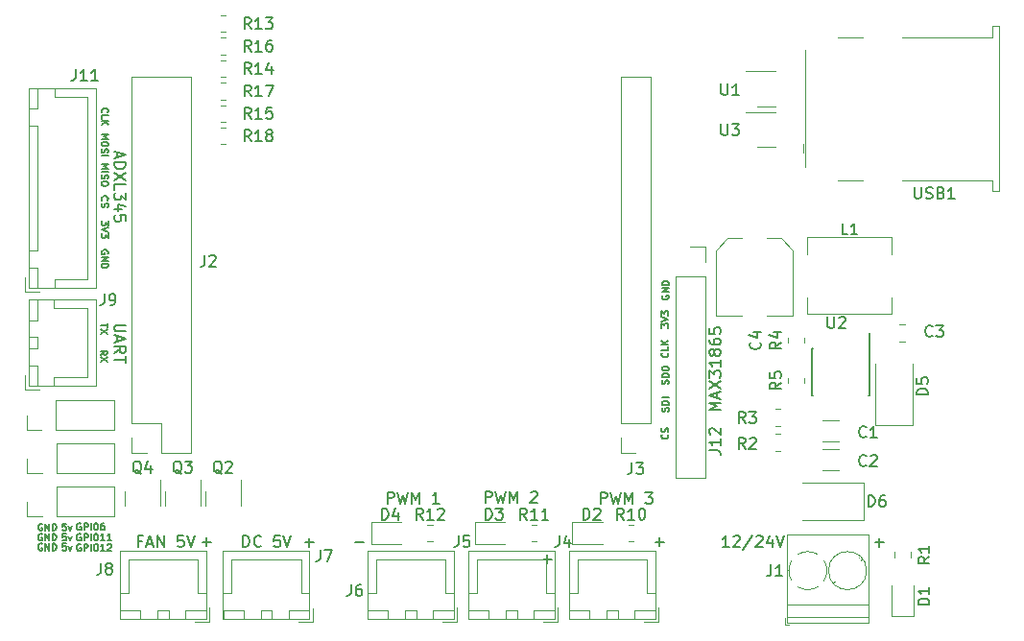
<source format=gbr>
%TF.GenerationSoftware,KiCad,Pcbnew,(6.0.0)*%
%TF.CreationDate,2022-02-05T17:45:21+08:00*%
%TF.ProjectId,orange_juice_board,6f72616e-6765-45f6-9a75-6963655f626f,rev?*%
%TF.SameCoordinates,Original*%
%TF.FileFunction,Legend,Top*%
%TF.FilePolarity,Positive*%
%FSLAX46Y46*%
G04 Gerber Fmt 4.6, Leading zero omitted, Abs format (unit mm)*
G04 Created by KiCad (PCBNEW (6.0.0)) date 2022-02-05 17:45:21*
%MOMM*%
%LPD*%
G01*
G04 APERTURE LIST*
%ADD10C,0.150000*%
%ADD11C,0.120000*%
G04 APERTURE END LIST*
D10*
X97520000Y-83022857D02*
X97548571Y-82965714D01*
X97548571Y-82880000D01*
X97520000Y-82794285D01*
X97462857Y-82737142D01*
X97405714Y-82708571D01*
X97291428Y-82680000D01*
X97205714Y-82680000D01*
X97091428Y-82708571D01*
X97034285Y-82737142D01*
X96977142Y-82794285D01*
X96948571Y-82880000D01*
X96948571Y-82937142D01*
X96977142Y-83022857D01*
X97005714Y-83051428D01*
X97205714Y-83051428D01*
X97205714Y-82937142D01*
X96948571Y-83308571D02*
X97548571Y-83308571D01*
X96948571Y-83651428D01*
X97548571Y-83651428D01*
X96948571Y-83937142D02*
X97548571Y-83937142D01*
X97548571Y-84080000D01*
X97520000Y-84165714D01*
X97462857Y-84222857D01*
X97405714Y-84251428D01*
X97291428Y-84280000D01*
X97205714Y-84280000D01*
X97091428Y-84251428D01*
X97034285Y-84222857D01*
X96977142Y-84165714D01*
X96948571Y-84080000D01*
X96948571Y-83937142D01*
X95138571Y-108680000D02*
X95081428Y-108651428D01*
X94995714Y-108651428D01*
X94910000Y-108680000D01*
X94852857Y-108737142D01*
X94824285Y-108794285D01*
X94795714Y-108908571D01*
X94795714Y-108994285D01*
X94824285Y-109108571D01*
X94852857Y-109165714D01*
X94910000Y-109222857D01*
X94995714Y-109251428D01*
X95052857Y-109251428D01*
X95138571Y-109222857D01*
X95167142Y-109194285D01*
X95167142Y-108994285D01*
X95052857Y-108994285D01*
X95424285Y-109251428D02*
X95424285Y-108651428D01*
X95652857Y-108651428D01*
X95710000Y-108680000D01*
X95738571Y-108708571D01*
X95767142Y-108765714D01*
X95767142Y-108851428D01*
X95738571Y-108908571D01*
X95710000Y-108937142D01*
X95652857Y-108965714D01*
X95424285Y-108965714D01*
X96024285Y-109251428D02*
X96024285Y-108651428D01*
X96424285Y-108651428D02*
X96538571Y-108651428D01*
X96595714Y-108680000D01*
X96652857Y-108737142D01*
X96681428Y-108851428D01*
X96681428Y-109051428D01*
X96652857Y-109165714D01*
X96595714Y-109222857D01*
X96538571Y-109251428D01*
X96424285Y-109251428D01*
X96367142Y-109222857D01*
X96310000Y-109165714D01*
X96281428Y-109051428D01*
X96281428Y-108851428D01*
X96310000Y-108737142D01*
X96367142Y-108680000D01*
X96424285Y-108651428D01*
X97252857Y-109251428D02*
X96910000Y-109251428D01*
X97081428Y-109251428D02*
X97081428Y-108651428D01*
X97024285Y-108737142D01*
X96967142Y-108794285D01*
X96910000Y-108822857D01*
X97481428Y-108708571D02*
X97510000Y-108680000D01*
X97567142Y-108651428D01*
X97710000Y-108651428D01*
X97767142Y-108680000D01*
X97795714Y-108708571D01*
X97824285Y-108765714D01*
X97824285Y-108822857D01*
X97795714Y-108908571D01*
X97452857Y-109251428D01*
X97824285Y-109251428D01*
X146972857Y-96944285D02*
X147001428Y-96858571D01*
X147001428Y-96715714D01*
X146972857Y-96658571D01*
X146944285Y-96630000D01*
X146887142Y-96601428D01*
X146830000Y-96601428D01*
X146772857Y-96630000D01*
X146744285Y-96658571D01*
X146715714Y-96715714D01*
X146687142Y-96830000D01*
X146658571Y-96887142D01*
X146630000Y-96915714D01*
X146572857Y-96944285D01*
X146515714Y-96944285D01*
X146458571Y-96915714D01*
X146430000Y-96887142D01*
X146401428Y-96830000D01*
X146401428Y-96687142D01*
X146430000Y-96601428D01*
X147001428Y-96344285D02*
X146401428Y-96344285D01*
X146401428Y-96201428D01*
X146430000Y-96115714D01*
X146487142Y-96058571D01*
X146544285Y-96030000D01*
X146658571Y-96001428D01*
X146744285Y-96001428D01*
X146858571Y-96030000D01*
X146915714Y-96058571D01*
X146972857Y-96115714D01*
X147001428Y-96201428D01*
X147001428Y-96344285D01*
X147001428Y-95744285D02*
X146401428Y-95744285D01*
X96948571Y-72487142D02*
X97548571Y-72487142D01*
X97120000Y-72687142D01*
X97548571Y-72887142D01*
X96948571Y-72887142D01*
X97548571Y-73287142D02*
X97548571Y-73401428D01*
X97520000Y-73458571D01*
X97462857Y-73515714D01*
X97348571Y-73544285D01*
X97148571Y-73544285D01*
X97034285Y-73515714D01*
X96977142Y-73458571D01*
X96948571Y-73401428D01*
X96948571Y-73287142D01*
X96977142Y-73230000D01*
X97034285Y-73172857D01*
X97148571Y-73144285D01*
X97348571Y-73144285D01*
X97462857Y-73172857D01*
X97520000Y-73230000D01*
X97548571Y-73287142D01*
X96977142Y-73772857D02*
X96948571Y-73858571D01*
X96948571Y-74001428D01*
X96977142Y-74058571D01*
X97005714Y-74087142D01*
X97062857Y-74115714D01*
X97120000Y-74115714D01*
X97177142Y-74087142D01*
X97205714Y-74058571D01*
X97234285Y-74001428D01*
X97262857Y-73887142D01*
X97291428Y-73830000D01*
X97320000Y-73801428D01*
X97377142Y-73772857D01*
X97434285Y-73772857D01*
X97491428Y-73801428D01*
X97520000Y-73830000D01*
X97548571Y-73887142D01*
X97548571Y-74030000D01*
X97520000Y-74115714D01*
X96948571Y-74372857D02*
X97548571Y-74372857D01*
X95138571Y-107770000D02*
X95081428Y-107741428D01*
X94995714Y-107741428D01*
X94910000Y-107770000D01*
X94852857Y-107827142D01*
X94824285Y-107884285D01*
X94795714Y-107998571D01*
X94795714Y-108084285D01*
X94824285Y-108198571D01*
X94852857Y-108255714D01*
X94910000Y-108312857D01*
X94995714Y-108341428D01*
X95052857Y-108341428D01*
X95138571Y-108312857D01*
X95167142Y-108284285D01*
X95167142Y-108084285D01*
X95052857Y-108084285D01*
X95424285Y-108341428D02*
X95424285Y-107741428D01*
X95652857Y-107741428D01*
X95710000Y-107770000D01*
X95738571Y-107798571D01*
X95767142Y-107855714D01*
X95767142Y-107941428D01*
X95738571Y-107998571D01*
X95710000Y-108027142D01*
X95652857Y-108055714D01*
X95424285Y-108055714D01*
X96024285Y-108341428D02*
X96024285Y-107741428D01*
X96424285Y-107741428D02*
X96538571Y-107741428D01*
X96595714Y-107770000D01*
X96652857Y-107827142D01*
X96681428Y-107941428D01*
X96681428Y-108141428D01*
X96652857Y-108255714D01*
X96595714Y-108312857D01*
X96538571Y-108341428D01*
X96424285Y-108341428D01*
X96367142Y-108312857D01*
X96310000Y-108255714D01*
X96281428Y-108141428D01*
X96281428Y-107941428D01*
X96310000Y-107827142D01*
X96367142Y-107770000D01*
X96424285Y-107741428D01*
X97252857Y-108341428D02*
X96910000Y-108341428D01*
X97081428Y-108341428D02*
X97081428Y-107741428D01*
X97024285Y-107827142D01*
X96967142Y-107884285D01*
X96910000Y-107912857D01*
X97824285Y-108341428D02*
X97481428Y-108341428D01*
X97652857Y-108341428D02*
X97652857Y-107741428D01*
X97595714Y-107827142D01*
X97538571Y-107884285D01*
X97481428Y-107912857D01*
X146924285Y-91781427D02*
X146952857Y-91809999D01*
X146981428Y-91895713D01*
X146981428Y-91952856D01*
X146952857Y-92038570D01*
X146895714Y-92095713D01*
X146838571Y-92124285D01*
X146724285Y-92152856D01*
X146638571Y-92152856D01*
X146524285Y-92124285D01*
X146467142Y-92095713D01*
X146410000Y-92038570D01*
X146381428Y-91952856D01*
X146381428Y-91895713D01*
X146410000Y-91809999D01*
X146438571Y-91781427D01*
X146981428Y-91238570D02*
X146981428Y-91524285D01*
X146381428Y-91524285D01*
X146981428Y-91038570D02*
X146381428Y-91038570D01*
X146981428Y-90695713D02*
X146638571Y-90952856D01*
X146381428Y-90695713D02*
X146724285Y-91038570D01*
X122198095Y-105062380D02*
X122198095Y-104062380D01*
X122579047Y-104062380D01*
X122674285Y-104110000D01*
X122721904Y-104157619D01*
X122769523Y-104252857D01*
X122769523Y-104395714D01*
X122721904Y-104490952D01*
X122674285Y-104538571D01*
X122579047Y-104586190D01*
X122198095Y-104586190D01*
X123102857Y-104062380D02*
X123340952Y-105062380D01*
X123531428Y-104348095D01*
X123721904Y-105062380D01*
X123960000Y-104062380D01*
X124340952Y-105062380D02*
X124340952Y-104062380D01*
X124674285Y-104776666D01*
X125007619Y-104062380D01*
X125007619Y-105062380D01*
X126769523Y-105062380D02*
X126198095Y-105062380D01*
X126483809Y-105062380D02*
X126483809Y-104062380D01*
X126388571Y-104205238D01*
X126293333Y-104300476D01*
X126198095Y-104348095D01*
X91732857Y-106870000D02*
X91675714Y-106841428D01*
X91590000Y-106841428D01*
X91504285Y-106870000D01*
X91447142Y-106927142D01*
X91418571Y-106984285D01*
X91390000Y-107098571D01*
X91390000Y-107184285D01*
X91418571Y-107298571D01*
X91447142Y-107355714D01*
X91504285Y-107412857D01*
X91590000Y-107441428D01*
X91647142Y-107441428D01*
X91732857Y-107412857D01*
X91761428Y-107384285D01*
X91761428Y-107184285D01*
X91647142Y-107184285D01*
X92018571Y-107441428D02*
X92018571Y-106841428D01*
X92361428Y-107441428D01*
X92361428Y-106841428D01*
X92647142Y-107441428D02*
X92647142Y-106841428D01*
X92790000Y-106841428D01*
X92875714Y-106870000D01*
X92932857Y-106927142D01*
X92961428Y-106984285D01*
X92990000Y-107098571D01*
X92990000Y-107184285D01*
X92961428Y-107298571D01*
X92932857Y-107355714D01*
X92875714Y-107412857D01*
X92790000Y-107441428D01*
X92647142Y-107441428D01*
X97005714Y-78330000D02*
X96977142Y-78301428D01*
X96948571Y-78215714D01*
X96948571Y-78158571D01*
X96977142Y-78072857D01*
X97034285Y-78015714D01*
X97091428Y-77987142D01*
X97205714Y-77958571D01*
X97291428Y-77958571D01*
X97405714Y-77987142D01*
X97462857Y-78015714D01*
X97520000Y-78072857D01*
X97548571Y-78158571D01*
X97548571Y-78215714D01*
X97520000Y-78301428D01*
X97491428Y-78330000D01*
X96977142Y-78558571D02*
X96948571Y-78644285D01*
X96948571Y-78787142D01*
X96977142Y-78844285D01*
X97005714Y-78872857D01*
X97062857Y-78901428D01*
X97120000Y-78901428D01*
X97177142Y-78872857D01*
X97205714Y-78844285D01*
X97234285Y-78787142D01*
X97262857Y-78672857D01*
X97291428Y-78615714D01*
X97320000Y-78587142D01*
X97377142Y-78558571D01*
X97434285Y-78558571D01*
X97491428Y-78587142D01*
X97520000Y-78615714D01*
X97548571Y-78672857D01*
X97548571Y-78815714D01*
X97520000Y-78901428D01*
X100520761Y-108386571D02*
X100187428Y-108386571D01*
X100187428Y-108910380D02*
X100187428Y-107910380D01*
X100663619Y-107910380D01*
X100996952Y-108624666D02*
X101473142Y-108624666D01*
X100901714Y-108910380D02*
X101235047Y-107910380D01*
X101568380Y-108910380D01*
X101901714Y-108910380D02*
X101901714Y-107910380D01*
X102473142Y-108910380D01*
X102473142Y-107910380D01*
X104187428Y-107910380D02*
X103711238Y-107910380D01*
X103663619Y-108386571D01*
X103711238Y-108338952D01*
X103806476Y-108291333D01*
X104044571Y-108291333D01*
X104139809Y-108338952D01*
X104187428Y-108386571D01*
X104235047Y-108481809D01*
X104235047Y-108719904D01*
X104187428Y-108815142D01*
X104139809Y-108862761D01*
X104044571Y-108910380D01*
X103806476Y-108910380D01*
X103711238Y-108862761D01*
X103663619Y-108815142D01*
X104520761Y-107910380D02*
X104854095Y-108910380D01*
X105187428Y-107910380D01*
X106243428Y-108838952D02*
X106243428Y-108077047D01*
X106624380Y-108458000D02*
X105862476Y-108458000D01*
X91732857Y-107770000D02*
X91675714Y-107741428D01*
X91590000Y-107741428D01*
X91504285Y-107770000D01*
X91447142Y-107827142D01*
X91418571Y-107884285D01*
X91390000Y-107998571D01*
X91390000Y-108084285D01*
X91418571Y-108198571D01*
X91447142Y-108255714D01*
X91504285Y-108312857D01*
X91590000Y-108341428D01*
X91647142Y-108341428D01*
X91732857Y-108312857D01*
X91761428Y-108284285D01*
X91761428Y-108084285D01*
X91647142Y-108084285D01*
X92018571Y-108341428D02*
X92018571Y-107741428D01*
X92361428Y-108341428D01*
X92361428Y-107741428D01*
X92647142Y-108341428D02*
X92647142Y-107741428D01*
X92790000Y-107741428D01*
X92875714Y-107770000D01*
X92932857Y-107827142D01*
X92961428Y-107884285D01*
X92990000Y-107998571D01*
X92990000Y-108084285D01*
X92961428Y-108198571D01*
X92932857Y-108255714D01*
X92875714Y-108312857D01*
X92790000Y-108341428D01*
X92647142Y-108341428D01*
X96948571Y-75137142D02*
X97548571Y-75137142D01*
X97120000Y-75337142D01*
X97548571Y-75537142D01*
X96948571Y-75537142D01*
X96948571Y-75822857D02*
X97548571Y-75822857D01*
X96977142Y-76080000D02*
X96948571Y-76165714D01*
X96948571Y-76308571D01*
X96977142Y-76365714D01*
X97005714Y-76394285D01*
X97062857Y-76422857D01*
X97120000Y-76422857D01*
X97177142Y-76394285D01*
X97205714Y-76365714D01*
X97234285Y-76308571D01*
X97262857Y-76194285D01*
X97291428Y-76137142D01*
X97320000Y-76108571D01*
X97377142Y-76080000D01*
X97434285Y-76080000D01*
X97491428Y-76108571D01*
X97520000Y-76137142D01*
X97548571Y-76194285D01*
X97548571Y-76337142D01*
X97520000Y-76422857D01*
X97548571Y-76794285D02*
X97548571Y-76908571D01*
X97520000Y-76965714D01*
X97462857Y-77022857D01*
X97348571Y-77051428D01*
X97148571Y-77051428D01*
X97034285Y-77022857D01*
X96977142Y-76965714D01*
X96948571Y-76908571D01*
X96948571Y-76794285D01*
X96977142Y-76737142D01*
X97034285Y-76680000D01*
X97148571Y-76651428D01*
X97348571Y-76651428D01*
X97462857Y-76680000D01*
X97520000Y-76737142D01*
X97548571Y-76794285D01*
X91732857Y-108640000D02*
X91675714Y-108611428D01*
X91590000Y-108611428D01*
X91504285Y-108640000D01*
X91447142Y-108697142D01*
X91418571Y-108754285D01*
X91390000Y-108868571D01*
X91390000Y-108954285D01*
X91418571Y-109068571D01*
X91447142Y-109125714D01*
X91504285Y-109182857D01*
X91590000Y-109211428D01*
X91647142Y-109211428D01*
X91732857Y-109182857D01*
X91761428Y-109154285D01*
X91761428Y-108954285D01*
X91647142Y-108954285D01*
X92018571Y-109211428D02*
X92018571Y-108611428D01*
X92361428Y-109211428D01*
X92361428Y-108611428D01*
X92647142Y-109211428D02*
X92647142Y-108611428D01*
X92790000Y-108611428D01*
X92875714Y-108640000D01*
X92932857Y-108697142D01*
X92961428Y-108754285D01*
X92990000Y-108868571D01*
X92990000Y-108954285D01*
X92961428Y-109068571D01*
X92932857Y-109125714D01*
X92875714Y-109182857D01*
X92790000Y-109211428D01*
X92647142Y-109211428D01*
X114935047Y-108529428D02*
X115696952Y-108529428D01*
X115316000Y-108910380D02*
X115316000Y-108148476D01*
X152336761Y-108910380D02*
X151765333Y-108910380D01*
X152051047Y-108910380D02*
X152051047Y-107910380D01*
X151955809Y-108053238D01*
X151860571Y-108148476D01*
X151765333Y-108196095D01*
X152717714Y-108005619D02*
X152765333Y-107958000D01*
X152860571Y-107910380D01*
X153098666Y-107910380D01*
X153193904Y-107958000D01*
X153241523Y-108005619D01*
X153289142Y-108100857D01*
X153289142Y-108196095D01*
X153241523Y-108338952D01*
X152670095Y-108910380D01*
X153289142Y-108910380D01*
X154432000Y-107862761D02*
X153574857Y-109148476D01*
X154717714Y-108005619D02*
X154765333Y-107958000D01*
X154860571Y-107910380D01*
X155098666Y-107910380D01*
X155193904Y-107958000D01*
X155241523Y-108005619D01*
X155289142Y-108100857D01*
X155289142Y-108196095D01*
X155241523Y-108338952D01*
X154670095Y-108910380D01*
X155289142Y-108910380D01*
X156146285Y-108243714D02*
X156146285Y-108910380D01*
X155908190Y-107862761D02*
X155670095Y-108577047D01*
X156289142Y-108577047D01*
X156527238Y-107910380D02*
X156860571Y-108910380D01*
X157193904Y-107910380D01*
X146381428Y-89565714D02*
X146381428Y-89194285D01*
X146610000Y-89394285D01*
X146610000Y-89308571D01*
X146638571Y-89251428D01*
X146667142Y-89222857D01*
X146724285Y-89194285D01*
X146867142Y-89194285D01*
X146924285Y-89222857D01*
X146952857Y-89251428D01*
X146981428Y-89308571D01*
X146981428Y-89479999D01*
X146952857Y-89537142D01*
X146924285Y-89565714D01*
X146381428Y-89022857D02*
X146981428Y-88822857D01*
X146381428Y-88622857D01*
X146381428Y-88479999D02*
X146381428Y-88108571D01*
X146610000Y-88308571D01*
X146610000Y-88222857D01*
X146638571Y-88165714D01*
X146667142Y-88137142D01*
X146724285Y-88108571D01*
X146867142Y-88108571D01*
X146924285Y-88137142D01*
X146952857Y-88165714D01*
X146981428Y-88222857D01*
X146981428Y-88394285D01*
X146952857Y-88451428D01*
X146924285Y-88479999D01*
X96878571Y-91960000D02*
X97164285Y-91760000D01*
X96878571Y-91617142D02*
X97478571Y-91617142D01*
X97478571Y-91845714D01*
X97450000Y-91902857D01*
X97421428Y-91931428D01*
X97364285Y-91960000D01*
X97278571Y-91960000D01*
X97221428Y-91931428D01*
X97192857Y-91902857D01*
X97164285Y-91845714D01*
X97164285Y-91617142D01*
X97478571Y-92160000D02*
X96878571Y-92560000D01*
X97478571Y-92560000D02*
X96878571Y-92160000D01*
X146924285Y-99000000D02*
X146952857Y-99028571D01*
X146981428Y-99114285D01*
X146981428Y-99171428D01*
X146952857Y-99257142D01*
X146895714Y-99314285D01*
X146838571Y-99342857D01*
X146724285Y-99371428D01*
X146638571Y-99371428D01*
X146524285Y-99342857D01*
X146467142Y-99314285D01*
X146410000Y-99257142D01*
X146381428Y-99171428D01*
X146381428Y-99114285D01*
X146410000Y-99028571D01*
X146438571Y-99000000D01*
X146952857Y-98771428D02*
X146981428Y-98685714D01*
X146981428Y-98542857D01*
X146952857Y-98485714D01*
X146924285Y-98457142D01*
X146867142Y-98428571D01*
X146810000Y-98428571D01*
X146752857Y-98457142D01*
X146724285Y-98485714D01*
X146695714Y-98542857D01*
X146667142Y-98657142D01*
X146638571Y-98714285D01*
X146610000Y-98742857D01*
X146552857Y-98771428D01*
X146495714Y-98771428D01*
X146438571Y-98742857D01*
X146410000Y-98714285D01*
X146381428Y-98657142D01*
X146381428Y-98514285D01*
X146410000Y-98428571D01*
X93814285Y-107741428D02*
X93528571Y-107741428D01*
X93500000Y-108027142D01*
X93528571Y-107998571D01*
X93585714Y-107970000D01*
X93728571Y-107970000D01*
X93785714Y-107998571D01*
X93814285Y-108027142D01*
X93842857Y-108084285D01*
X93842857Y-108227142D01*
X93814285Y-108284285D01*
X93785714Y-108312857D01*
X93728571Y-108341428D01*
X93585714Y-108341428D01*
X93528571Y-108312857D01*
X93500000Y-108284285D01*
X94042857Y-107941428D02*
X94185714Y-108341428D01*
X94328571Y-107941428D01*
X95138571Y-106850000D02*
X95081428Y-106821428D01*
X94995714Y-106821428D01*
X94910000Y-106850000D01*
X94852857Y-106907142D01*
X94824286Y-106964285D01*
X94795714Y-107078571D01*
X94795714Y-107164285D01*
X94824286Y-107278571D01*
X94852857Y-107335714D01*
X94910000Y-107392857D01*
X94995714Y-107421428D01*
X95052857Y-107421428D01*
X95138571Y-107392857D01*
X95167143Y-107364285D01*
X95167143Y-107164285D01*
X95052857Y-107164285D01*
X95424286Y-107421428D02*
X95424286Y-106821428D01*
X95652857Y-106821428D01*
X95710000Y-106850000D01*
X95738571Y-106878571D01*
X95767143Y-106935714D01*
X95767143Y-107021428D01*
X95738571Y-107078571D01*
X95710000Y-107107142D01*
X95652857Y-107135714D01*
X95424286Y-107135714D01*
X96024286Y-107421428D02*
X96024286Y-106821428D01*
X96424286Y-106821428D02*
X96538571Y-106821428D01*
X96595714Y-106850000D01*
X96652857Y-106907142D01*
X96681428Y-107021428D01*
X96681428Y-107221428D01*
X96652857Y-107335714D01*
X96595714Y-107392857D01*
X96538571Y-107421428D01*
X96424286Y-107421428D01*
X96367143Y-107392857D01*
X96310000Y-107335714D01*
X96281428Y-107221428D01*
X96281428Y-107021428D01*
X96310000Y-106907142D01*
X96367143Y-106850000D01*
X96424286Y-106821428D01*
X97195714Y-106821428D02*
X97081428Y-106821428D01*
X97024286Y-106850000D01*
X96995714Y-106878571D01*
X96938571Y-106964285D01*
X96910000Y-107078571D01*
X96910000Y-107307142D01*
X96938571Y-107364285D01*
X96967143Y-107392857D01*
X97024286Y-107421428D01*
X97138571Y-107421428D01*
X97195714Y-107392857D01*
X97224286Y-107364285D01*
X97252857Y-107307142D01*
X97252857Y-107164285D01*
X97224286Y-107107142D01*
X97195714Y-107078571D01*
X97138571Y-107050000D01*
X97024286Y-107050000D01*
X96967143Y-107078571D01*
X96938571Y-107107142D01*
X96910000Y-107164285D01*
X145799047Y-108481428D02*
X146560952Y-108481428D01*
X146180000Y-108862380D02*
X146180000Y-108100476D01*
X140994095Y-105100380D02*
X140994095Y-104100380D01*
X141375047Y-104100380D01*
X141470285Y-104148000D01*
X141517904Y-104195619D01*
X141565523Y-104290857D01*
X141565523Y-104433714D01*
X141517904Y-104528952D01*
X141470285Y-104576571D01*
X141375047Y-104624190D01*
X140994095Y-104624190D01*
X141898857Y-104100380D02*
X142136952Y-105100380D01*
X142327428Y-104386095D01*
X142517904Y-105100380D01*
X142756000Y-104100380D01*
X143136952Y-105100380D02*
X143136952Y-104100380D01*
X143470285Y-104814666D01*
X143803619Y-104100380D01*
X143803619Y-105100380D01*
X144946476Y-104100380D02*
X145565523Y-104100380D01*
X145232190Y-104481333D01*
X145375047Y-104481333D01*
X145470285Y-104528952D01*
X145517904Y-104576571D01*
X145565523Y-104671809D01*
X145565523Y-104909904D01*
X145517904Y-105005142D01*
X145470285Y-105052761D01*
X145375047Y-105100380D01*
X145089333Y-105100380D01*
X144994095Y-105052761D01*
X144946476Y-105005142D01*
X99097619Y-89314761D02*
X98288095Y-89314761D01*
X98192857Y-89362380D01*
X98145238Y-89410000D01*
X98097619Y-89505238D01*
X98097619Y-89695714D01*
X98145238Y-89790952D01*
X98192857Y-89838571D01*
X98288095Y-89886190D01*
X99097619Y-89886190D01*
X98383333Y-90314761D02*
X98383333Y-90790952D01*
X98097619Y-90219523D02*
X99097619Y-90552857D01*
X98097619Y-90886190D01*
X98097619Y-91790952D02*
X98573809Y-91457619D01*
X98097619Y-91219523D02*
X99097619Y-91219523D01*
X99097619Y-91600476D01*
X99050000Y-91695714D01*
X99002380Y-91743333D01*
X98907142Y-91790952D01*
X98764285Y-91790952D01*
X98669047Y-91743333D01*
X98621428Y-91695714D01*
X98573809Y-91600476D01*
X98573809Y-91219523D01*
X99097619Y-92076666D02*
X99097619Y-92648095D01*
X98097619Y-92362380D02*
X99097619Y-92362380D01*
X135909047Y-109971428D02*
X136670952Y-109971428D01*
X136290000Y-110352380D02*
X136290000Y-109590476D01*
X97518571Y-89192857D02*
X97518571Y-89535714D01*
X96918571Y-89364285D02*
X97518571Y-89364285D01*
X97518571Y-89678571D02*
X96918571Y-90078571D01*
X97518571Y-90078571D02*
X96918571Y-89678571D01*
X130834095Y-105012380D02*
X130834095Y-104012380D01*
X131215047Y-104012380D01*
X131310285Y-104060000D01*
X131357904Y-104107619D01*
X131405523Y-104202857D01*
X131405523Y-104345714D01*
X131357904Y-104440952D01*
X131310285Y-104488571D01*
X131215047Y-104536190D01*
X130834095Y-104536190D01*
X131738857Y-104012380D02*
X131976952Y-105012380D01*
X132167428Y-104298095D01*
X132357904Y-105012380D01*
X132596000Y-104012380D01*
X132976952Y-105012380D02*
X132976952Y-104012380D01*
X133310285Y-104726666D01*
X133643619Y-104012380D01*
X133643619Y-105012380D01*
X134834095Y-104107619D02*
X134881714Y-104060000D01*
X134976952Y-104012380D01*
X135215047Y-104012380D01*
X135310285Y-104060000D01*
X135357904Y-104107619D01*
X135405523Y-104202857D01*
X135405523Y-104298095D01*
X135357904Y-104440952D01*
X134786476Y-105012380D01*
X135405523Y-105012380D01*
X93814285Y-108611428D02*
X93528571Y-108611428D01*
X93500000Y-108897142D01*
X93528571Y-108868571D01*
X93585714Y-108840000D01*
X93728571Y-108840000D01*
X93785714Y-108868571D01*
X93814285Y-108897142D01*
X93842857Y-108954285D01*
X93842857Y-109097142D01*
X93814285Y-109154285D01*
X93785714Y-109182857D01*
X93728571Y-109211428D01*
X93585714Y-109211428D01*
X93528571Y-109182857D01*
X93500000Y-109154285D01*
X94042857Y-108811428D02*
X94185714Y-109211428D01*
X94328571Y-108811428D01*
X98383333Y-74082380D02*
X98383333Y-74558571D01*
X98097619Y-73987142D02*
X99097619Y-74320476D01*
X98097619Y-74653809D01*
X98097619Y-74987142D02*
X99097619Y-74987142D01*
X99097619Y-75225238D01*
X99050000Y-75368095D01*
X98954761Y-75463333D01*
X98859523Y-75510952D01*
X98669047Y-75558571D01*
X98526190Y-75558571D01*
X98335714Y-75510952D01*
X98240476Y-75463333D01*
X98145238Y-75368095D01*
X98097619Y-75225238D01*
X98097619Y-74987142D01*
X99097619Y-75891904D02*
X98097619Y-76558571D01*
X99097619Y-76558571D02*
X98097619Y-75891904D01*
X98097619Y-77415714D02*
X98097619Y-76939523D01*
X99097619Y-76939523D01*
X99097619Y-77653809D02*
X99097619Y-78272857D01*
X98716666Y-77939523D01*
X98716666Y-78082380D01*
X98669047Y-78177619D01*
X98621428Y-78225238D01*
X98526190Y-78272857D01*
X98288095Y-78272857D01*
X98192857Y-78225238D01*
X98145238Y-78177619D01*
X98097619Y-78082380D01*
X98097619Y-77796666D01*
X98145238Y-77701428D01*
X98192857Y-77653809D01*
X98764285Y-79130000D02*
X98097619Y-79130000D01*
X99145238Y-78891904D02*
X98430952Y-78653809D01*
X98430952Y-79272857D01*
X99097619Y-80130000D02*
X99097619Y-79653809D01*
X98621428Y-79606190D01*
X98669047Y-79653809D01*
X98716666Y-79749047D01*
X98716666Y-79987142D01*
X98669047Y-80082380D01*
X98621428Y-80130000D01*
X98526190Y-80177619D01*
X98288095Y-80177619D01*
X98192857Y-80130000D01*
X98145238Y-80082380D01*
X98097619Y-79987142D01*
X98097619Y-79749047D01*
X98145238Y-79653809D01*
X98192857Y-79606190D01*
X93814285Y-106841428D02*
X93528571Y-106841428D01*
X93500000Y-107127142D01*
X93528571Y-107098571D01*
X93585714Y-107070000D01*
X93728571Y-107070000D01*
X93785714Y-107098571D01*
X93814285Y-107127142D01*
X93842857Y-107184285D01*
X93842857Y-107327142D01*
X93814285Y-107384285D01*
X93785714Y-107412857D01*
X93728571Y-107441428D01*
X93585714Y-107441428D01*
X93528571Y-107412857D01*
X93500000Y-107384285D01*
X94042857Y-107041428D02*
X94185714Y-107441428D01*
X94328571Y-107041428D01*
X97548571Y-80157142D02*
X97548571Y-80528571D01*
X97320000Y-80328571D01*
X97320000Y-80414285D01*
X97291428Y-80471428D01*
X97262857Y-80500000D01*
X97205714Y-80528571D01*
X97062857Y-80528571D01*
X97005714Y-80500000D01*
X96977142Y-80471428D01*
X96948571Y-80414285D01*
X96948571Y-80242857D01*
X96977142Y-80185714D01*
X97005714Y-80157142D01*
X97548571Y-80700000D02*
X96948571Y-80900000D01*
X97548571Y-81100000D01*
X97548571Y-81242857D02*
X97548571Y-81614285D01*
X97320000Y-81414285D01*
X97320000Y-81500000D01*
X97291428Y-81557142D01*
X97262857Y-81585714D01*
X97205714Y-81614285D01*
X97062857Y-81614285D01*
X97005714Y-81585714D01*
X96977142Y-81557142D01*
X96948571Y-81500000D01*
X96948571Y-81328571D01*
X96977142Y-81271428D01*
X97005714Y-81242857D01*
X146972857Y-94525714D02*
X147001428Y-94440000D01*
X147001428Y-94297142D01*
X146972857Y-94240000D01*
X146944285Y-94211428D01*
X146887142Y-94182857D01*
X146830000Y-94182857D01*
X146772857Y-94211428D01*
X146744285Y-94240000D01*
X146715714Y-94297142D01*
X146687142Y-94411428D01*
X146658571Y-94468571D01*
X146630000Y-94497142D01*
X146572857Y-94525714D01*
X146515714Y-94525714D01*
X146458571Y-94497142D01*
X146430000Y-94468571D01*
X146401428Y-94411428D01*
X146401428Y-94268571D01*
X146430000Y-94182857D01*
X147001428Y-93925714D02*
X146401428Y-93925714D01*
X146401428Y-93782857D01*
X146430000Y-93697142D01*
X146487142Y-93640000D01*
X146544285Y-93611428D01*
X146658571Y-93582857D01*
X146744285Y-93582857D01*
X146858571Y-93611428D01*
X146915714Y-93640000D01*
X146972857Y-93697142D01*
X147001428Y-93782857D01*
X147001428Y-93925714D01*
X146401428Y-93211428D02*
X146401428Y-93097142D01*
X146430000Y-93040000D01*
X146487142Y-92982857D01*
X146601428Y-92954285D01*
X146801428Y-92954285D01*
X146915714Y-92982857D01*
X146972857Y-93040000D01*
X147001428Y-93097142D01*
X147001428Y-93211428D01*
X146972857Y-93268571D01*
X146915714Y-93325714D01*
X146801428Y-93354285D01*
X146601428Y-93354285D01*
X146487142Y-93325714D01*
X146430000Y-93268571D01*
X146401428Y-93211428D01*
X109458380Y-108910380D02*
X109458380Y-107910380D01*
X109696476Y-107910380D01*
X109839333Y-107958000D01*
X109934571Y-108053238D01*
X109982190Y-108148476D01*
X110029809Y-108338952D01*
X110029809Y-108481809D01*
X109982190Y-108672285D01*
X109934571Y-108767523D01*
X109839333Y-108862761D01*
X109696476Y-108910380D01*
X109458380Y-108910380D01*
X111029809Y-108815142D02*
X110982190Y-108862761D01*
X110839333Y-108910380D01*
X110744095Y-108910380D01*
X110601238Y-108862761D01*
X110506000Y-108767523D01*
X110458380Y-108672285D01*
X110410761Y-108481809D01*
X110410761Y-108338952D01*
X110458380Y-108148476D01*
X110506000Y-108053238D01*
X110601238Y-107958000D01*
X110744095Y-107910380D01*
X110839333Y-107910380D01*
X110982190Y-107958000D01*
X111029809Y-108005619D01*
X112696476Y-107910380D02*
X112220285Y-107910380D01*
X112172666Y-108386571D01*
X112220285Y-108338952D01*
X112315523Y-108291333D01*
X112553619Y-108291333D01*
X112648857Y-108338952D01*
X112696476Y-108386571D01*
X112744095Y-108481809D01*
X112744095Y-108719904D01*
X112696476Y-108815142D01*
X112648857Y-108862761D01*
X112553619Y-108910380D01*
X112315523Y-108910380D01*
X112220285Y-108862761D01*
X112172666Y-108815142D01*
X113029809Y-107910380D02*
X113363142Y-108910380D01*
X113696476Y-107910380D01*
X165227047Y-108529428D02*
X165988952Y-108529428D01*
X165608000Y-108910380D02*
X165608000Y-108148476D01*
X151582380Y-96837047D02*
X150582380Y-96837047D01*
X151296666Y-96503714D01*
X150582380Y-96170380D01*
X151582380Y-96170380D01*
X151296666Y-95741809D02*
X151296666Y-95265619D01*
X151582380Y-95837047D02*
X150582380Y-95503714D01*
X151582380Y-95170380D01*
X150582380Y-94932285D02*
X151582380Y-94265619D01*
X150582380Y-94265619D02*
X151582380Y-94932285D01*
X150582380Y-93979904D02*
X150582380Y-93360857D01*
X150963333Y-93694190D01*
X150963333Y-93551333D01*
X151010952Y-93456095D01*
X151058571Y-93408476D01*
X151153809Y-93360857D01*
X151391904Y-93360857D01*
X151487142Y-93408476D01*
X151534761Y-93456095D01*
X151582380Y-93551333D01*
X151582380Y-93837047D01*
X151534761Y-93932285D01*
X151487142Y-93979904D01*
X151582380Y-92408476D02*
X151582380Y-92979904D01*
X151582380Y-92694190D02*
X150582380Y-92694190D01*
X150725238Y-92789428D01*
X150820476Y-92884666D01*
X150868095Y-92979904D01*
X151010952Y-91837047D02*
X150963333Y-91932285D01*
X150915714Y-91979904D01*
X150820476Y-92027523D01*
X150772857Y-92027523D01*
X150677619Y-91979904D01*
X150630000Y-91932285D01*
X150582380Y-91837047D01*
X150582380Y-91646571D01*
X150630000Y-91551333D01*
X150677619Y-91503714D01*
X150772857Y-91456095D01*
X150820476Y-91456095D01*
X150915714Y-91503714D01*
X150963333Y-91551333D01*
X151010952Y-91646571D01*
X151010952Y-91837047D01*
X151058571Y-91932285D01*
X151106190Y-91979904D01*
X151201428Y-92027523D01*
X151391904Y-92027523D01*
X151487142Y-91979904D01*
X151534761Y-91932285D01*
X151582380Y-91837047D01*
X151582380Y-91646571D01*
X151534761Y-91551333D01*
X151487142Y-91503714D01*
X151391904Y-91456095D01*
X151201428Y-91456095D01*
X151106190Y-91503714D01*
X151058571Y-91551333D01*
X151010952Y-91646571D01*
X150582380Y-90598952D02*
X150582380Y-90789428D01*
X150630000Y-90884666D01*
X150677619Y-90932285D01*
X150820476Y-91027523D01*
X151010952Y-91075142D01*
X151391904Y-91075142D01*
X151487142Y-91027523D01*
X151534761Y-90979904D01*
X151582380Y-90884666D01*
X151582380Y-90694190D01*
X151534761Y-90598952D01*
X151487142Y-90551333D01*
X151391904Y-90503714D01*
X151153809Y-90503714D01*
X151058571Y-90551333D01*
X151010952Y-90598952D01*
X150963333Y-90694190D01*
X150963333Y-90884666D01*
X151010952Y-90979904D01*
X151058571Y-91027523D01*
X151153809Y-91075142D01*
X150582380Y-89598952D02*
X150582380Y-90075142D01*
X151058571Y-90122761D01*
X151010952Y-90075142D01*
X150963333Y-89979904D01*
X150963333Y-89741809D01*
X151010952Y-89646571D01*
X151058571Y-89598952D01*
X151153809Y-89551333D01*
X151391904Y-89551333D01*
X151487142Y-89598952D01*
X151534761Y-89646571D01*
X151582380Y-89741809D01*
X151582380Y-89979904D01*
X151534761Y-90075142D01*
X151487142Y-90122761D01*
X146420000Y-86717142D02*
X146391428Y-86774285D01*
X146391428Y-86860000D01*
X146420000Y-86945714D01*
X146477142Y-87002857D01*
X146534285Y-87031428D01*
X146648571Y-87060000D01*
X146734285Y-87060000D01*
X146848571Y-87031428D01*
X146905714Y-87002857D01*
X146962857Y-86945714D01*
X146991428Y-86860000D01*
X146991428Y-86802857D01*
X146962857Y-86717142D01*
X146934285Y-86688571D01*
X146734285Y-86688571D01*
X146734285Y-86802857D01*
X146991428Y-86431428D02*
X146391428Y-86431428D01*
X146991428Y-86088571D01*
X146391428Y-86088571D01*
X146991428Y-85802857D02*
X146391428Y-85802857D01*
X146391428Y-85660000D01*
X146420000Y-85574285D01*
X146477142Y-85517142D01*
X146534285Y-85488571D01*
X146648571Y-85460000D01*
X146734285Y-85460000D01*
X146848571Y-85488571D01*
X146905714Y-85517142D01*
X146962857Y-85574285D01*
X146991428Y-85660000D01*
X146991428Y-85802857D01*
X119349047Y-108481428D02*
X120110952Y-108481428D01*
X97005714Y-70592857D02*
X96977142Y-70564285D01*
X96948571Y-70478571D01*
X96948571Y-70421428D01*
X96977142Y-70335714D01*
X97034285Y-70278571D01*
X97091428Y-70250000D01*
X97205714Y-70221428D01*
X97291428Y-70221428D01*
X97405714Y-70250000D01*
X97462857Y-70278571D01*
X97520000Y-70335714D01*
X97548571Y-70421428D01*
X97548571Y-70478571D01*
X97520000Y-70564285D01*
X97491428Y-70592857D01*
X96948571Y-71135714D02*
X96948571Y-70850000D01*
X97548571Y-70850000D01*
X96948571Y-71335714D02*
X97548571Y-71335714D01*
X96948571Y-71678571D02*
X97291428Y-71421428D01*
X97548571Y-71678571D02*
X97205714Y-71335714D01*
%TO.C,L1*%
X162793333Y-81342380D02*
X162317142Y-81342380D01*
X162317142Y-80342380D01*
X163650476Y-81342380D02*
X163079047Y-81342380D01*
X163364761Y-81342380D02*
X163364761Y-80342380D01*
X163269523Y-80485238D01*
X163174285Y-80580476D01*
X163079047Y-80628095D01*
%TO.C,Q3*%
X104044761Y-102445619D02*
X103949523Y-102398000D01*
X103854285Y-102302761D01*
X103711428Y-102159904D01*
X103616190Y-102112285D01*
X103520952Y-102112285D01*
X103568571Y-102350380D02*
X103473333Y-102302761D01*
X103378095Y-102207523D01*
X103330476Y-102017047D01*
X103330476Y-101683714D01*
X103378095Y-101493238D01*
X103473333Y-101398000D01*
X103568571Y-101350380D01*
X103759047Y-101350380D01*
X103854285Y-101398000D01*
X103949523Y-101493238D01*
X103997142Y-101683714D01*
X103997142Y-102017047D01*
X103949523Y-102207523D01*
X103854285Y-102302761D01*
X103759047Y-102350380D01*
X103568571Y-102350380D01*
X104330476Y-101350380D02*
X104949523Y-101350380D01*
X104616190Y-101731333D01*
X104759047Y-101731333D01*
X104854285Y-101778952D01*
X104901904Y-101826571D01*
X104949523Y-101921809D01*
X104949523Y-102159904D01*
X104901904Y-102255142D01*
X104854285Y-102302761D01*
X104759047Y-102350380D01*
X104473333Y-102350380D01*
X104378095Y-102302761D01*
X104330476Y-102255142D01*
%TO.C,Q2*%
X107600761Y-102445619D02*
X107505523Y-102398000D01*
X107410285Y-102302761D01*
X107267428Y-102159904D01*
X107172190Y-102112285D01*
X107076952Y-102112285D01*
X107124571Y-102350380D02*
X107029333Y-102302761D01*
X106934095Y-102207523D01*
X106886476Y-102017047D01*
X106886476Y-101683714D01*
X106934095Y-101493238D01*
X107029333Y-101398000D01*
X107124571Y-101350380D01*
X107315047Y-101350380D01*
X107410285Y-101398000D01*
X107505523Y-101493238D01*
X107553142Y-101683714D01*
X107553142Y-102017047D01*
X107505523Y-102207523D01*
X107410285Y-102302761D01*
X107315047Y-102350380D01*
X107124571Y-102350380D01*
X107934095Y-101445619D02*
X107981714Y-101398000D01*
X108076952Y-101350380D01*
X108315047Y-101350380D01*
X108410285Y-101398000D01*
X108457904Y-101445619D01*
X108505523Y-101540857D01*
X108505523Y-101636095D01*
X108457904Y-101778952D01*
X107886476Y-102350380D01*
X108505523Y-102350380D01*
%TO.C,D5*%
X169870380Y-95480095D02*
X168870380Y-95480095D01*
X168870380Y-95242000D01*
X168918000Y-95099142D01*
X169013238Y-95003904D01*
X169108476Y-94956285D01*
X169298952Y-94908666D01*
X169441809Y-94908666D01*
X169632285Y-94956285D01*
X169727523Y-95003904D01*
X169822761Y-95099142D01*
X169870380Y-95242000D01*
X169870380Y-95480095D01*
X168870380Y-94003904D02*
X168870380Y-94480095D01*
X169346571Y-94527714D01*
X169298952Y-94480095D01*
X169251333Y-94384857D01*
X169251333Y-94146761D01*
X169298952Y-94051523D01*
X169346571Y-94003904D01*
X169441809Y-93956285D01*
X169679904Y-93956285D01*
X169775142Y-94003904D01*
X169822761Y-94051523D01*
X169870380Y-94146761D01*
X169870380Y-94384857D01*
X169822761Y-94480095D01*
X169775142Y-94527714D01*
%TO.C,R1*%
X169997380Y-109767666D02*
X169521190Y-110101000D01*
X169997380Y-110339095D02*
X168997380Y-110339095D01*
X168997380Y-109958142D01*
X169045000Y-109862904D01*
X169092619Y-109815285D01*
X169187857Y-109767666D01*
X169330714Y-109767666D01*
X169425952Y-109815285D01*
X169473571Y-109862904D01*
X169521190Y-109958142D01*
X169521190Y-110339095D01*
X169997380Y-108815285D02*
X169997380Y-109386714D01*
X169997380Y-109101000D02*
X168997380Y-109101000D01*
X169140238Y-109196238D01*
X169235476Y-109291476D01*
X169283095Y-109386714D01*
%TO.C,J9*%
X97202666Y-86574380D02*
X97202666Y-87288666D01*
X97155047Y-87431523D01*
X97059809Y-87526761D01*
X96916952Y-87574380D01*
X96821714Y-87574380D01*
X97726476Y-87574380D02*
X97916952Y-87574380D01*
X98012190Y-87526761D01*
X98059809Y-87479142D01*
X98155047Y-87336285D01*
X98202666Y-87145809D01*
X98202666Y-86764857D01*
X98155047Y-86669619D01*
X98107428Y-86622000D01*
X98012190Y-86574380D01*
X97821714Y-86574380D01*
X97726476Y-86622000D01*
X97678857Y-86669619D01*
X97631238Y-86764857D01*
X97631238Y-87002952D01*
X97678857Y-87098190D01*
X97726476Y-87145809D01*
X97821714Y-87193428D01*
X98012190Y-87193428D01*
X98107428Y-87145809D01*
X98155047Y-87098190D01*
X98202666Y-87002952D01*
%TO.C,R12*%
X125308642Y-106503380D02*
X124975309Y-106027190D01*
X124737214Y-106503380D02*
X124737214Y-105503380D01*
X125118166Y-105503380D01*
X125213404Y-105551000D01*
X125261023Y-105598619D01*
X125308642Y-105693857D01*
X125308642Y-105836714D01*
X125261023Y-105931952D01*
X125213404Y-105979571D01*
X125118166Y-106027190D01*
X124737214Y-106027190D01*
X126261023Y-106503380D02*
X125689595Y-106503380D01*
X125975309Y-106503380D02*
X125975309Y-105503380D01*
X125880071Y-105646238D01*
X125784833Y-105741476D01*
X125689595Y-105789095D01*
X126641976Y-105598619D02*
X126689595Y-105551000D01*
X126784833Y-105503380D01*
X127022928Y-105503380D01*
X127118166Y-105551000D01*
X127165785Y-105598619D01*
X127213404Y-105693857D01*
X127213404Y-105789095D01*
X127165785Y-105931952D01*
X126594357Y-106503380D01*
X127213404Y-106503380D01*
%TO.C,R17*%
X110155642Y-69148380D02*
X109822309Y-68672190D01*
X109584214Y-69148380D02*
X109584214Y-68148380D01*
X109965166Y-68148380D01*
X110060404Y-68196000D01*
X110108023Y-68243619D01*
X110155642Y-68338857D01*
X110155642Y-68481714D01*
X110108023Y-68576952D01*
X110060404Y-68624571D01*
X109965166Y-68672190D01*
X109584214Y-68672190D01*
X111108023Y-69148380D02*
X110536595Y-69148380D01*
X110822309Y-69148380D02*
X110822309Y-68148380D01*
X110727071Y-68291238D01*
X110631833Y-68386476D01*
X110536595Y-68434095D01*
X111441357Y-68148380D02*
X112108023Y-68148380D01*
X111679452Y-69148380D01*
%TO.C,C4*%
X155043142Y-90844666D02*
X155090761Y-90892285D01*
X155138380Y-91035142D01*
X155138380Y-91130380D01*
X155090761Y-91273238D01*
X154995523Y-91368476D01*
X154900285Y-91416095D01*
X154709809Y-91463714D01*
X154566952Y-91463714D01*
X154376476Y-91416095D01*
X154281238Y-91368476D01*
X154186000Y-91273238D01*
X154138380Y-91130380D01*
X154138380Y-91035142D01*
X154186000Y-90892285D01*
X154233619Y-90844666D01*
X154471714Y-89987523D02*
X155138380Y-89987523D01*
X154090761Y-90225619D02*
X154805047Y-90463714D01*
X154805047Y-89844666D01*
%TO.C,R13*%
X110155642Y-63202380D02*
X109822309Y-62726190D01*
X109584214Y-63202380D02*
X109584214Y-62202380D01*
X109965166Y-62202380D01*
X110060404Y-62250000D01*
X110108023Y-62297619D01*
X110155642Y-62392857D01*
X110155642Y-62535714D01*
X110108023Y-62630952D01*
X110060404Y-62678571D01*
X109965166Y-62726190D01*
X109584214Y-62726190D01*
X111108023Y-63202380D02*
X110536595Y-63202380D01*
X110822309Y-63202380D02*
X110822309Y-62202380D01*
X110727071Y-62345238D01*
X110631833Y-62440476D01*
X110536595Y-62488095D01*
X111441357Y-62202380D02*
X112060404Y-62202380D01*
X111727071Y-62583333D01*
X111869928Y-62583333D01*
X111965166Y-62630952D01*
X112012785Y-62678571D01*
X112060404Y-62773809D01*
X112060404Y-63011904D01*
X112012785Y-63107142D01*
X111965166Y-63154761D01*
X111869928Y-63202380D01*
X111584214Y-63202380D01*
X111488976Y-63154761D01*
X111441357Y-63107142D01*
%TO.C,C3*%
X170267333Y-90273142D02*
X170219714Y-90320761D01*
X170076857Y-90368380D01*
X169981619Y-90368380D01*
X169838761Y-90320761D01*
X169743523Y-90225523D01*
X169695904Y-90130285D01*
X169648285Y-89939809D01*
X169648285Y-89796952D01*
X169695904Y-89606476D01*
X169743523Y-89511238D01*
X169838761Y-89416000D01*
X169981619Y-89368380D01*
X170076857Y-89368380D01*
X170219714Y-89416000D01*
X170267333Y-89463619D01*
X170600666Y-89368380D02*
X171219714Y-89368380D01*
X170886380Y-89749333D01*
X171029238Y-89749333D01*
X171124476Y-89796952D01*
X171172095Y-89844571D01*
X171219714Y-89939809D01*
X171219714Y-90177904D01*
X171172095Y-90273142D01*
X171124476Y-90320761D01*
X171029238Y-90368380D01*
X170743523Y-90368380D01*
X170648285Y-90320761D01*
X170600666Y-90273142D01*
%TO.C,D3*%
X130833904Y-106503380D02*
X130833904Y-105503380D01*
X131072000Y-105503380D01*
X131214857Y-105551000D01*
X131310095Y-105646238D01*
X131357714Y-105741476D01*
X131405333Y-105931952D01*
X131405333Y-106074809D01*
X131357714Y-106265285D01*
X131310095Y-106360523D01*
X131214857Y-106455761D01*
X131072000Y-106503380D01*
X130833904Y-106503380D01*
X131738666Y-105503380D02*
X132357714Y-105503380D01*
X132024380Y-105884333D01*
X132167238Y-105884333D01*
X132262476Y-105931952D01*
X132310095Y-105979571D01*
X132357714Y-106074809D01*
X132357714Y-106312904D01*
X132310095Y-106408142D01*
X132262476Y-106455761D01*
X132167238Y-106503380D01*
X131881523Y-106503380D01*
X131786285Y-106455761D01*
X131738666Y-106408142D01*
%TO.C,J2*%
X106066666Y-83152380D02*
X106066666Y-83866666D01*
X106019047Y-84009523D01*
X105923809Y-84104761D01*
X105780952Y-84152380D01*
X105685714Y-84152380D01*
X106495238Y-83247619D02*
X106542857Y-83200000D01*
X106638095Y-83152380D01*
X106876190Y-83152380D01*
X106971428Y-83200000D01*
X107019047Y-83247619D01*
X107066666Y-83342857D01*
X107066666Y-83438095D01*
X107019047Y-83580952D01*
X106447619Y-84152380D01*
X107066666Y-84152380D01*
%TO.C,J3*%
X143751666Y-101467380D02*
X143751666Y-102181666D01*
X143704047Y-102324523D01*
X143608809Y-102419761D01*
X143465952Y-102467380D01*
X143370714Y-102467380D01*
X144132619Y-101467380D02*
X144751666Y-101467380D01*
X144418333Y-101848333D01*
X144561190Y-101848333D01*
X144656428Y-101895952D01*
X144704047Y-101943571D01*
X144751666Y-102038809D01*
X144751666Y-102276904D01*
X144704047Y-102372142D01*
X144656428Y-102419761D01*
X144561190Y-102467380D01*
X144275476Y-102467380D01*
X144180238Y-102419761D01*
X144132619Y-102372142D01*
%TO.C,R18*%
X110155642Y-73112380D02*
X109822309Y-72636190D01*
X109584214Y-73112380D02*
X109584214Y-72112380D01*
X109965166Y-72112380D01*
X110060404Y-72160000D01*
X110108023Y-72207619D01*
X110155642Y-72302857D01*
X110155642Y-72445714D01*
X110108023Y-72540952D01*
X110060404Y-72588571D01*
X109965166Y-72636190D01*
X109584214Y-72636190D01*
X111108023Y-73112380D02*
X110536595Y-73112380D01*
X110822309Y-73112380D02*
X110822309Y-72112380D01*
X110727071Y-72255238D01*
X110631833Y-72350476D01*
X110536595Y-72398095D01*
X111679452Y-72540952D02*
X111584214Y-72493333D01*
X111536595Y-72445714D01*
X111488976Y-72350476D01*
X111488976Y-72302857D01*
X111536595Y-72207619D01*
X111584214Y-72160000D01*
X111679452Y-72112380D01*
X111869928Y-72112380D01*
X111965166Y-72160000D01*
X112012785Y-72207619D01*
X112060404Y-72302857D01*
X112060404Y-72350476D01*
X112012785Y-72445714D01*
X111965166Y-72493333D01*
X111869928Y-72540952D01*
X111679452Y-72540952D01*
X111584214Y-72588571D01*
X111536595Y-72636190D01*
X111488976Y-72731428D01*
X111488976Y-72921904D01*
X111536595Y-73017142D01*
X111584214Y-73064761D01*
X111679452Y-73112380D01*
X111869928Y-73112380D01*
X111965166Y-73064761D01*
X112012785Y-73017142D01*
X112060404Y-72921904D01*
X112060404Y-72731428D01*
X112012785Y-72636190D01*
X111965166Y-72588571D01*
X111869928Y-72540952D01*
%TO.C,J8*%
X96916666Y-110342380D02*
X96916666Y-111056666D01*
X96869047Y-111199523D01*
X96773809Y-111294761D01*
X96630952Y-111342380D01*
X96535714Y-111342380D01*
X97535714Y-110770952D02*
X97440476Y-110723333D01*
X97392857Y-110675714D01*
X97345238Y-110580476D01*
X97345238Y-110532857D01*
X97392857Y-110437619D01*
X97440476Y-110390000D01*
X97535714Y-110342380D01*
X97726190Y-110342380D01*
X97821428Y-110390000D01*
X97869047Y-110437619D01*
X97916666Y-110532857D01*
X97916666Y-110580476D01*
X97869047Y-110675714D01*
X97821428Y-110723333D01*
X97726190Y-110770952D01*
X97535714Y-110770952D01*
X97440476Y-110818571D01*
X97392857Y-110866190D01*
X97345238Y-110961428D01*
X97345238Y-111151904D01*
X97392857Y-111247142D01*
X97440476Y-111294761D01*
X97535714Y-111342380D01*
X97726190Y-111342380D01*
X97821428Y-111294761D01*
X97869047Y-111247142D01*
X97916666Y-111151904D01*
X97916666Y-110961428D01*
X97869047Y-110866190D01*
X97821428Y-110818571D01*
X97726190Y-110770952D01*
%TO.C,J6*%
X118960666Y-112223380D02*
X118960666Y-112937666D01*
X118913047Y-113080523D01*
X118817809Y-113175761D01*
X118674952Y-113223380D01*
X118579714Y-113223380D01*
X119865428Y-112223380D02*
X119674952Y-112223380D01*
X119579714Y-112271000D01*
X119532095Y-112318619D01*
X119436857Y-112461476D01*
X119389238Y-112651952D01*
X119389238Y-113032904D01*
X119436857Y-113128142D01*
X119484476Y-113175761D01*
X119579714Y-113223380D01*
X119770190Y-113223380D01*
X119865428Y-113175761D01*
X119913047Y-113128142D01*
X119960666Y-113032904D01*
X119960666Y-112794809D01*
X119913047Y-112699571D01*
X119865428Y-112651952D01*
X119770190Y-112604333D01*
X119579714Y-112604333D01*
X119484476Y-112651952D01*
X119436857Y-112699571D01*
X119389238Y-112794809D01*
%TO.C,R15*%
X110155642Y-71130380D02*
X109822309Y-70654190D01*
X109584214Y-71130380D02*
X109584214Y-70130380D01*
X109965166Y-70130380D01*
X110060404Y-70178000D01*
X110108023Y-70225619D01*
X110155642Y-70320857D01*
X110155642Y-70463714D01*
X110108023Y-70558952D01*
X110060404Y-70606571D01*
X109965166Y-70654190D01*
X109584214Y-70654190D01*
X111108023Y-71130380D02*
X110536595Y-71130380D01*
X110822309Y-71130380D02*
X110822309Y-70130380D01*
X110727071Y-70273238D01*
X110631833Y-70368476D01*
X110536595Y-70416095D01*
X112012785Y-70130380D02*
X111536595Y-70130380D01*
X111488976Y-70606571D01*
X111536595Y-70558952D01*
X111631833Y-70511333D01*
X111869928Y-70511333D01*
X111965166Y-70558952D01*
X112012785Y-70606571D01*
X112060404Y-70701809D01*
X112060404Y-70939904D01*
X112012785Y-71035142D01*
X111965166Y-71082761D01*
X111869928Y-71130380D01*
X111631833Y-71130380D01*
X111536595Y-71082761D01*
X111488976Y-71035142D01*
%TO.C,D1*%
X169997380Y-114022095D02*
X168997380Y-114022095D01*
X168997380Y-113784000D01*
X169045000Y-113641142D01*
X169140238Y-113545904D01*
X169235476Y-113498285D01*
X169425952Y-113450666D01*
X169568809Y-113450666D01*
X169759285Y-113498285D01*
X169854523Y-113545904D01*
X169949761Y-113641142D01*
X169997380Y-113784000D01*
X169997380Y-114022095D01*
X169997380Y-112498285D02*
X169997380Y-113069714D01*
X169997380Y-112784000D02*
X168997380Y-112784000D01*
X169140238Y-112879238D01*
X169235476Y-112974476D01*
X169283095Y-113069714D01*
%TO.C,R16*%
X110155642Y-65184380D02*
X109822309Y-64708190D01*
X109584214Y-65184380D02*
X109584214Y-64184380D01*
X109965166Y-64184380D01*
X110060404Y-64232000D01*
X110108023Y-64279619D01*
X110155642Y-64374857D01*
X110155642Y-64517714D01*
X110108023Y-64612952D01*
X110060404Y-64660571D01*
X109965166Y-64708190D01*
X109584214Y-64708190D01*
X111108023Y-65184380D02*
X110536595Y-65184380D01*
X110822309Y-65184380D02*
X110822309Y-64184380D01*
X110727071Y-64327238D01*
X110631833Y-64422476D01*
X110536595Y-64470095D01*
X111965166Y-64184380D02*
X111774690Y-64184380D01*
X111679452Y-64232000D01*
X111631833Y-64279619D01*
X111536595Y-64422476D01*
X111488976Y-64612952D01*
X111488976Y-64993904D01*
X111536595Y-65089142D01*
X111584214Y-65136761D01*
X111679452Y-65184380D01*
X111869928Y-65184380D01*
X111965166Y-65136761D01*
X112012785Y-65089142D01*
X112060404Y-64993904D01*
X112060404Y-64755809D01*
X112012785Y-64660571D01*
X111965166Y-64612952D01*
X111869928Y-64565333D01*
X111679452Y-64565333D01*
X111584214Y-64612952D01*
X111536595Y-64660571D01*
X111488976Y-64755809D01*
%TO.C,D2*%
X139449404Y-106503380D02*
X139449404Y-105503380D01*
X139687500Y-105503380D01*
X139830357Y-105551000D01*
X139925595Y-105646238D01*
X139973214Y-105741476D01*
X140020833Y-105931952D01*
X140020833Y-106074809D01*
X139973214Y-106265285D01*
X139925595Y-106360523D01*
X139830357Y-106455761D01*
X139687500Y-106503380D01*
X139449404Y-106503380D01*
X140401785Y-105598619D02*
X140449404Y-105551000D01*
X140544642Y-105503380D01*
X140782738Y-105503380D01*
X140877976Y-105551000D01*
X140925595Y-105598619D01*
X140973214Y-105693857D01*
X140973214Y-105789095D01*
X140925595Y-105931952D01*
X140354166Y-106503380D01*
X140973214Y-106503380D01*
%TO.C,R4*%
X156916380Y-90844666D02*
X156440190Y-91178000D01*
X156916380Y-91416095D02*
X155916380Y-91416095D01*
X155916380Y-91035142D01*
X155964000Y-90939904D01*
X156011619Y-90892285D01*
X156106857Y-90844666D01*
X156249714Y-90844666D01*
X156344952Y-90892285D01*
X156392571Y-90939904D01*
X156440190Y-91035142D01*
X156440190Y-91416095D01*
X156249714Y-89987523D02*
X156916380Y-89987523D01*
X155868761Y-90225619D02*
X156583047Y-90463714D01*
X156583047Y-89844666D01*
%TO.C,J5*%
X128444666Y-107915380D02*
X128444666Y-108629666D01*
X128397047Y-108772523D01*
X128301809Y-108867761D01*
X128158952Y-108915380D01*
X128063714Y-108915380D01*
X129397047Y-107915380D02*
X128920857Y-107915380D01*
X128873238Y-108391571D01*
X128920857Y-108343952D01*
X129016095Y-108296333D01*
X129254190Y-108296333D01*
X129349428Y-108343952D01*
X129397047Y-108391571D01*
X129444666Y-108486809D01*
X129444666Y-108724904D01*
X129397047Y-108820142D01*
X129349428Y-108867761D01*
X129254190Y-108915380D01*
X129016095Y-108915380D01*
X128920857Y-108867761D01*
X128873238Y-108820142D01*
%TO.C,D6*%
X164615904Y-105354380D02*
X164615904Y-104354380D01*
X164854000Y-104354380D01*
X164996857Y-104402000D01*
X165092095Y-104497238D01*
X165139714Y-104592476D01*
X165187333Y-104782952D01*
X165187333Y-104925809D01*
X165139714Y-105116285D01*
X165092095Y-105211523D01*
X164996857Y-105306761D01*
X164854000Y-105354380D01*
X164615904Y-105354380D01*
X166044476Y-104354380D02*
X165854000Y-104354380D01*
X165758761Y-104402000D01*
X165711142Y-104449619D01*
X165615904Y-104592476D01*
X165568285Y-104782952D01*
X165568285Y-105163904D01*
X165615904Y-105259142D01*
X165663523Y-105306761D01*
X165758761Y-105354380D01*
X165949238Y-105354380D01*
X166044476Y-105306761D01*
X166092095Y-105259142D01*
X166139714Y-105163904D01*
X166139714Y-104925809D01*
X166092095Y-104830571D01*
X166044476Y-104782952D01*
X165949238Y-104735333D01*
X165758761Y-104735333D01*
X165663523Y-104782952D01*
X165615904Y-104830571D01*
X165568285Y-104925809D01*
%TO.C,U2*%
X161036095Y-88606380D02*
X161036095Y-89415904D01*
X161083714Y-89511142D01*
X161131333Y-89558761D01*
X161226571Y-89606380D01*
X161417047Y-89606380D01*
X161512285Y-89558761D01*
X161559904Y-89511142D01*
X161607523Y-89415904D01*
X161607523Y-88606380D01*
X162036095Y-88701619D02*
X162083714Y-88654000D01*
X162178952Y-88606380D01*
X162417047Y-88606380D01*
X162512285Y-88654000D01*
X162559904Y-88701619D01*
X162607523Y-88796857D01*
X162607523Y-88892095D01*
X162559904Y-89034952D01*
X161988476Y-89606380D01*
X162607523Y-89606380D01*
%TO.C,R2*%
X153757333Y-100274380D02*
X153424000Y-99798190D01*
X153185904Y-100274380D02*
X153185904Y-99274380D01*
X153566857Y-99274380D01*
X153662095Y-99322000D01*
X153709714Y-99369619D01*
X153757333Y-99464857D01*
X153757333Y-99607714D01*
X153709714Y-99702952D01*
X153662095Y-99750571D01*
X153566857Y-99798190D01*
X153185904Y-99798190D01*
X154138285Y-99369619D02*
X154185904Y-99322000D01*
X154281142Y-99274380D01*
X154519238Y-99274380D01*
X154614476Y-99322000D01*
X154662095Y-99369619D01*
X154709714Y-99464857D01*
X154709714Y-99560095D01*
X154662095Y-99702952D01*
X154090666Y-100274380D01*
X154709714Y-100274380D01*
%TO.C,Q4*%
X100488761Y-102445619D02*
X100393523Y-102398000D01*
X100298285Y-102302761D01*
X100155428Y-102159904D01*
X100060190Y-102112285D01*
X99964952Y-102112285D01*
X100012571Y-102350380D02*
X99917333Y-102302761D01*
X99822095Y-102207523D01*
X99774476Y-102017047D01*
X99774476Y-101683714D01*
X99822095Y-101493238D01*
X99917333Y-101398000D01*
X100012571Y-101350380D01*
X100203047Y-101350380D01*
X100298285Y-101398000D01*
X100393523Y-101493238D01*
X100441142Y-101683714D01*
X100441142Y-102017047D01*
X100393523Y-102207523D01*
X100298285Y-102302761D01*
X100203047Y-102350380D01*
X100012571Y-102350380D01*
X101298285Y-101683714D02*
X101298285Y-102350380D01*
X101060190Y-101302761D02*
X100822095Y-102017047D01*
X101441142Y-102017047D01*
%TO.C,J11*%
X94694476Y-66762380D02*
X94694476Y-67476666D01*
X94646857Y-67619523D01*
X94551619Y-67714761D01*
X94408761Y-67762380D01*
X94313523Y-67762380D01*
X95694476Y-67762380D02*
X95123047Y-67762380D01*
X95408761Y-67762380D02*
X95408761Y-66762380D01*
X95313523Y-66905238D01*
X95218285Y-67000476D01*
X95123047Y-67048095D01*
X96646857Y-67762380D02*
X96075428Y-67762380D01*
X96361142Y-67762380D02*
X96361142Y-66762380D01*
X96265904Y-66905238D01*
X96170666Y-67000476D01*
X96075428Y-67048095D01*
%TO.C,U1*%
X151638095Y-68032380D02*
X151638095Y-68841904D01*
X151685714Y-68937142D01*
X151733333Y-68984761D01*
X151828571Y-69032380D01*
X152019047Y-69032380D01*
X152114285Y-68984761D01*
X152161904Y-68937142D01*
X152209523Y-68841904D01*
X152209523Y-68032380D01*
X153209523Y-69032380D02*
X152638095Y-69032380D01*
X152923809Y-69032380D02*
X152923809Y-68032380D01*
X152828571Y-68175238D01*
X152733333Y-68270476D01*
X152638095Y-68318095D01*
%TO.C,*%
%TO.C,R14*%
X110155642Y-67166380D02*
X109822309Y-66690190D01*
X109584214Y-67166380D02*
X109584214Y-66166380D01*
X109965166Y-66166380D01*
X110060404Y-66214000D01*
X110108023Y-66261619D01*
X110155642Y-66356857D01*
X110155642Y-66499714D01*
X110108023Y-66594952D01*
X110060404Y-66642571D01*
X109965166Y-66690190D01*
X109584214Y-66690190D01*
X111108023Y-67166380D02*
X110536595Y-67166380D01*
X110822309Y-67166380D02*
X110822309Y-66166380D01*
X110727071Y-66309238D01*
X110631833Y-66404476D01*
X110536595Y-66452095D01*
X111965166Y-66499714D02*
X111965166Y-67166380D01*
X111727071Y-66118761D02*
X111488976Y-66833047D01*
X112108023Y-66833047D01*
%TO.C,R3*%
X153757333Y-97988380D02*
X153424000Y-97512190D01*
X153185904Y-97988380D02*
X153185904Y-96988380D01*
X153566857Y-96988380D01*
X153662095Y-97036000D01*
X153709714Y-97083619D01*
X153757333Y-97178857D01*
X153757333Y-97321714D01*
X153709714Y-97416952D01*
X153662095Y-97464571D01*
X153566857Y-97512190D01*
X153185904Y-97512190D01*
X154090666Y-96988380D02*
X154709714Y-96988380D01*
X154376380Y-97369333D01*
X154519238Y-97369333D01*
X154614476Y-97416952D01*
X154662095Y-97464571D01*
X154709714Y-97559809D01*
X154709714Y-97797904D01*
X154662095Y-97893142D01*
X154614476Y-97940761D01*
X154519238Y-97988380D01*
X154233523Y-97988380D01*
X154138285Y-97940761D01*
X154090666Y-97893142D01*
%TO.C,D4*%
X121689904Y-106503380D02*
X121689904Y-105503380D01*
X121928000Y-105503380D01*
X122070857Y-105551000D01*
X122166095Y-105646238D01*
X122213714Y-105741476D01*
X122261333Y-105931952D01*
X122261333Y-106074809D01*
X122213714Y-106265285D01*
X122166095Y-106360523D01*
X122070857Y-106455761D01*
X121928000Y-106503380D01*
X121689904Y-106503380D01*
X123118476Y-105836714D02*
X123118476Y-106503380D01*
X122880380Y-105455761D02*
X122642285Y-106170047D01*
X123261333Y-106170047D01*
%TO.C,R5*%
X156916380Y-94400666D02*
X156440190Y-94734000D01*
X156916380Y-94972095D02*
X155916380Y-94972095D01*
X155916380Y-94591142D01*
X155964000Y-94495904D01*
X156011619Y-94448285D01*
X156106857Y-94400666D01*
X156249714Y-94400666D01*
X156344952Y-94448285D01*
X156392571Y-94495904D01*
X156440190Y-94591142D01*
X156440190Y-94972095D01*
X155916380Y-93495904D02*
X155916380Y-93972095D01*
X156392571Y-94019714D01*
X156344952Y-93972095D01*
X156297333Y-93876857D01*
X156297333Y-93638761D01*
X156344952Y-93543523D01*
X156392571Y-93495904D01*
X156487809Y-93448285D01*
X156725904Y-93448285D01*
X156821142Y-93495904D01*
X156868761Y-93543523D01*
X156916380Y-93638761D01*
X156916380Y-93876857D01*
X156868761Y-93972095D01*
X156821142Y-94019714D01*
%TO.C,J1*%
X156032666Y-110472380D02*
X156032666Y-111186666D01*
X155985047Y-111329523D01*
X155889809Y-111424761D01*
X155746952Y-111472380D01*
X155651714Y-111472380D01*
X157032666Y-111472380D02*
X156461238Y-111472380D01*
X156746952Y-111472380D02*
X156746952Y-110472380D01*
X156651714Y-110615238D01*
X156556476Y-110710476D01*
X156461238Y-110758095D01*
%TO.C,R10*%
X143028642Y-106503380D02*
X142695309Y-106027190D01*
X142457214Y-106503380D02*
X142457214Y-105503380D01*
X142838166Y-105503380D01*
X142933404Y-105551000D01*
X142981023Y-105598619D01*
X143028642Y-105693857D01*
X143028642Y-105836714D01*
X142981023Y-105931952D01*
X142933404Y-105979571D01*
X142838166Y-106027190D01*
X142457214Y-106027190D01*
X143981023Y-106503380D02*
X143409595Y-106503380D01*
X143695309Y-106503380D02*
X143695309Y-105503380D01*
X143600071Y-105646238D01*
X143504833Y-105741476D01*
X143409595Y-105789095D01*
X144600071Y-105503380D02*
X144695309Y-105503380D01*
X144790547Y-105551000D01*
X144838166Y-105598619D01*
X144885785Y-105693857D01*
X144933404Y-105884333D01*
X144933404Y-106122428D01*
X144885785Y-106312904D01*
X144838166Y-106408142D01*
X144790547Y-106455761D01*
X144695309Y-106503380D01*
X144600071Y-106503380D01*
X144504833Y-106455761D01*
X144457214Y-106408142D01*
X144409595Y-106312904D01*
X144361976Y-106122428D01*
X144361976Y-105884333D01*
X144409595Y-105693857D01*
X144457214Y-105598619D01*
X144504833Y-105551000D01*
X144600071Y-105503380D01*
%TO.C,J12*%
X150582380Y-100377523D02*
X151296666Y-100377523D01*
X151439523Y-100425142D01*
X151534761Y-100520380D01*
X151582380Y-100663238D01*
X151582380Y-100758476D01*
X151582380Y-99377523D02*
X151582380Y-99948952D01*
X151582380Y-99663238D02*
X150582380Y-99663238D01*
X150725238Y-99758476D01*
X150820476Y-99853714D01*
X150868095Y-99948952D01*
X150677619Y-98996571D02*
X150630000Y-98948952D01*
X150582380Y-98853714D01*
X150582380Y-98615619D01*
X150630000Y-98520380D01*
X150677619Y-98472761D01*
X150772857Y-98425142D01*
X150868095Y-98425142D01*
X151010952Y-98472761D01*
X151582380Y-99044190D01*
X151582380Y-98425142D01*
%TO.C,J7*%
X116252666Y-109180380D02*
X116252666Y-109894666D01*
X116205047Y-110037523D01*
X116109809Y-110132761D01*
X115966952Y-110180380D01*
X115871714Y-110180380D01*
X116633619Y-109180380D02*
X117300285Y-109180380D01*
X116871714Y-110180380D01*
%TO.C,*%
%TO.C,USB1*%
X168695904Y-77176380D02*
X168695904Y-77985904D01*
X168743523Y-78081142D01*
X168791142Y-78128761D01*
X168886380Y-78176380D01*
X169076857Y-78176380D01*
X169172095Y-78128761D01*
X169219714Y-78081142D01*
X169267333Y-77985904D01*
X169267333Y-77176380D01*
X169695904Y-78128761D02*
X169838761Y-78176380D01*
X170076857Y-78176380D01*
X170172095Y-78128761D01*
X170219714Y-78081142D01*
X170267333Y-77985904D01*
X170267333Y-77890666D01*
X170219714Y-77795428D01*
X170172095Y-77747809D01*
X170076857Y-77700190D01*
X169886380Y-77652571D01*
X169791142Y-77604952D01*
X169743523Y-77557333D01*
X169695904Y-77462095D01*
X169695904Y-77366857D01*
X169743523Y-77271619D01*
X169791142Y-77224000D01*
X169886380Y-77176380D01*
X170124476Y-77176380D01*
X170267333Y-77224000D01*
X171029238Y-77652571D02*
X171172095Y-77700190D01*
X171219714Y-77747809D01*
X171267333Y-77843047D01*
X171267333Y-77985904D01*
X171219714Y-78081142D01*
X171172095Y-78128761D01*
X171076857Y-78176380D01*
X170695904Y-78176380D01*
X170695904Y-77176380D01*
X171029238Y-77176380D01*
X171124476Y-77224000D01*
X171172095Y-77271619D01*
X171219714Y-77366857D01*
X171219714Y-77462095D01*
X171172095Y-77557333D01*
X171124476Y-77604952D01*
X171029238Y-77652571D01*
X170695904Y-77652571D01*
X172219714Y-78176380D02*
X171648285Y-78176380D01*
X171934000Y-78176380D02*
X171934000Y-77176380D01*
X171838761Y-77319238D01*
X171743523Y-77414476D01*
X171648285Y-77462095D01*
%TO.C,*%
%TO.C,C2*%
X164425333Y-101703142D02*
X164377714Y-101750761D01*
X164234857Y-101798380D01*
X164139619Y-101798380D01*
X163996761Y-101750761D01*
X163901523Y-101655523D01*
X163853904Y-101560285D01*
X163806285Y-101369809D01*
X163806285Y-101226952D01*
X163853904Y-101036476D01*
X163901523Y-100941238D01*
X163996761Y-100846000D01*
X164139619Y-100798380D01*
X164234857Y-100798380D01*
X164377714Y-100846000D01*
X164425333Y-100893619D01*
X164806285Y-100893619D02*
X164853904Y-100846000D01*
X164949142Y-100798380D01*
X165187238Y-100798380D01*
X165282476Y-100846000D01*
X165330095Y-100893619D01*
X165377714Y-100988857D01*
X165377714Y-101084095D01*
X165330095Y-101226952D01*
X164758666Y-101798380D01*
X165377714Y-101798380D01*
%TO.C,C1*%
X164425333Y-99163142D02*
X164377714Y-99210761D01*
X164234857Y-99258380D01*
X164139619Y-99258380D01*
X163996761Y-99210761D01*
X163901523Y-99115523D01*
X163853904Y-99020285D01*
X163806285Y-98829809D01*
X163806285Y-98686952D01*
X163853904Y-98496476D01*
X163901523Y-98401238D01*
X163996761Y-98306000D01*
X164139619Y-98258380D01*
X164234857Y-98258380D01*
X164377714Y-98306000D01*
X164425333Y-98353619D01*
X165377714Y-99258380D02*
X164806285Y-99258380D01*
X165092000Y-99258380D02*
X165092000Y-98258380D01*
X164996761Y-98401238D01*
X164901523Y-98496476D01*
X164806285Y-98544095D01*
%TO.C,R11*%
X134485142Y-106503380D02*
X134151809Y-106027190D01*
X133913714Y-106503380D02*
X133913714Y-105503380D01*
X134294666Y-105503380D01*
X134389904Y-105551000D01*
X134437523Y-105598619D01*
X134485142Y-105693857D01*
X134485142Y-105836714D01*
X134437523Y-105931952D01*
X134389904Y-105979571D01*
X134294666Y-106027190D01*
X133913714Y-106027190D01*
X135437523Y-106503380D02*
X134866095Y-106503380D01*
X135151809Y-106503380D02*
X135151809Y-105503380D01*
X135056571Y-105646238D01*
X134961333Y-105741476D01*
X134866095Y-105789095D01*
X136389904Y-106503380D02*
X135818476Y-106503380D01*
X136104190Y-106503380D02*
X136104190Y-105503380D01*
X136008952Y-105646238D01*
X135913714Y-105741476D01*
X135818476Y-105789095D01*
%TO.C,J4*%
X137334666Y-107915380D02*
X137334666Y-108629666D01*
X137287047Y-108772523D01*
X137191809Y-108867761D01*
X137048952Y-108915380D01*
X136953714Y-108915380D01*
X138239428Y-108248714D02*
X138239428Y-108915380D01*
X138001333Y-107867761D02*
X137763238Y-108582047D01*
X138382285Y-108582047D01*
%TO.C,U3*%
X151638095Y-71588380D02*
X151638095Y-72397904D01*
X151685714Y-72493142D01*
X151733333Y-72540761D01*
X151828571Y-72588380D01*
X152019047Y-72588380D01*
X152114285Y-72540761D01*
X152161904Y-72493142D01*
X152209523Y-72397904D01*
X152209523Y-71588380D01*
X152590476Y-71588380D02*
X153209523Y-71588380D01*
X152876190Y-71969333D01*
X153019047Y-71969333D01*
X153114285Y-72016952D01*
X153161904Y-72064571D01*
X153209523Y-72159809D01*
X153209523Y-72397904D01*
X153161904Y-72493142D01*
X153114285Y-72540761D01*
X153019047Y-72588380D01*
X152733333Y-72588380D01*
X152638095Y-72540761D01*
X152590476Y-72493142D01*
D11*
%TO.C,L1*%
X166641000Y-81563000D02*
X159241000Y-81563000D01*
X159241000Y-81563000D02*
X159241000Y-83063000D01*
X166641000Y-81563000D02*
X166641000Y-83063000D01*
X159241000Y-88363000D02*
X166641000Y-88363000D01*
X166641000Y-88363000D02*
X166641000Y-86863000D01*
X159241000Y-88363000D02*
X159241000Y-86863000D01*
%TO.C,J13*%
X92964000Y-98612000D02*
X92964000Y-95952000D01*
X91694000Y-98612000D02*
X90364000Y-98612000D01*
X98104000Y-98612000D02*
X98104000Y-95952000D01*
X92964000Y-98612000D02*
X98104000Y-98612000D01*
X90364000Y-98612000D02*
X90364000Y-97282000D01*
X92964000Y-95952000D02*
X98104000Y-95952000D01*
%TO.C,J10*%
X98119000Y-106232000D02*
X98119000Y-103572000D01*
X92979000Y-103572000D02*
X98119000Y-103572000D01*
X92979000Y-106232000D02*
X98119000Y-106232000D01*
X90379000Y-106232000D02*
X90379000Y-104902000D01*
X91709000Y-106232000D02*
X90379000Y-106232000D01*
X92979000Y-106232000D02*
X92979000Y-103572000D01*
%TO.C,J14*%
X92979000Y-102422000D02*
X98119000Y-102422000D01*
X91709000Y-102422000D02*
X90379000Y-102422000D01*
X90379000Y-102422000D02*
X90379000Y-101092000D01*
X92979000Y-99762000D02*
X98119000Y-99762000D01*
X92979000Y-102422000D02*
X92979000Y-99762000D01*
X98119000Y-102422000D02*
X98119000Y-99762000D01*
%TO.C,Q3*%
X102580000Y-104648000D02*
X102580000Y-103998000D01*
X105700000Y-104648000D02*
X105700000Y-105298000D01*
X102580000Y-104648000D02*
X102580000Y-105298000D01*
X105700000Y-104648000D02*
X105700000Y-102973000D01*
%TO.C,Q2*%
X109256000Y-104648000D02*
X109256000Y-102973000D01*
X106136000Y-104648000D02*
X106136000Y-103998000D01*
X109256000Y-104648000D02*
X109256000Y-105298000D01*
X106136000Y-104648000D02*
X106136000Y-105298000D01*
%TO.C,D5*%
X165228000Y-98142000D02*
X168528000Y-98142000D01*
X165228000Y-98142000D02*
X165228000Y-92742000D01*
X168528000Y-98142000D02*
X168528000Y-92742000D01*
%TO.C,R1*%
X166905000Y-109373936D02*
X166905000Y-109828064D01*
X168375000Y-109373936D02*
X168375000Y-109828064D01*
%TO.C,J9*%
X95725000Y-93950000D02*
X95725000Y-90900000D01*
X92775000Y-93950000D02*
X95725000Y-93950000D01*
X92775000Y-87100000D02*
X92775000Y-87850000D01*
X96485000Y-87090000D02*
X90515000Y-87090000D01*
X90525000Y-92900000D02*
X90525000Y-94700000D01*
X90525000Y-94700000D02*
X91275000Y-94700000D01*
X90225000Y-93750000D02*
X90225000Y-95000000D01*
X90515000Y-87090000D02*
X90515000Y-94710000D01*
X90525000Y-88900000D02*
X91275000Y-88900000D01*
X91275000Y-90400000D02*
X90525000Y-90400000D01*
X96485000Y-94710000D02*
X96485000Y-87090000D01*
X90225000Y-95000000D02*
X91475000Y-95000000D01*
X95725000Y-87850000D02*
X95725000Y-90900000D01*
X90515000Y-94710000D02*
X96485000Y-94710000D01*
X90525000Y-91400000D02*
X91275000Y-91400000D01*
X92775000Y-94700000D02*
X92775000Y-93950000D01*
X91275000Y-88900000D02*
X91275000Y-87100000D01*
X91275000Y-94700000D02*
X91275000Y-92900000D01*
X92775000Y-87850000D02*
X95725000Y-87850000D01*
X91275000Y-92900000D02*
X90525000Y-92900000D01*
X90525000Y-87100000D02*
X90525000Y-88900000D01*
X91275000Y-87100000D02*
X90525000Y-87100000D01*
X91275000Y-91400000D02*
X91275000Y-90400000D01*
X90525000Y-90400000D02*
X90525000Y-91400000D01*
%TO.C,R12*%
X125724436Y-106966000D02*
X126178564Y-106966000D01*
X125724436Y-108436000D02*
X126178564Y-108436000D01*
%TO.C,R17*%
X107923064Y-67946600D02*
X107468936Y-67946600D01*
X107923064Y-69416600D02*
X107468936Y-69416600D01*
%TO.C,C4*%
X151149000Y-88500000D02*
X153499000Y-88500000D01*
X151149000Y-82744437D02*
X151149000Y-88500000D01*
X152213437Y-81680000D02*
X151149000Y-82744437D01*
X156904563Y-81680000D02*
X157969000Y-82744437D01*
X157969000Y-88500000D02*
X155619000Y-88500000D01*
X156904563Y-81680000D02*
X155619000Y-81680000D01*
X152213437Y-81680000D02*
X153499000Y-81680000D01*
X157969000Y-82744437D02*
X157969000Y-88500000D01*
%TO.C,R13*%
X107923064Y-63473000D02*
X107468936Y-63473000D01*
X107923064Y-62003000D02*
X107468936Y-62003000D01*
%TO.C,C3*%
X167850452Y-90778000D02*
X167327948Y-90778000D01*
X167850452Y-89308000D02*
X167327948Y-89308000D01*
%TO.C,D3*%
X132572000Y-106741000D02*
X129887000Y-106741000D01*
X129887000Y-106741000D02*
X129887000Y-108661000D01*
X129887000Y-108661000D02*
X132572000Y-108661000D01*
%TO.C,J2*%
X104850000Y-100580000D02*
X104850000Y-67440000D01*
X102250000Y-97980000D02*
X99650000Y-97980000D01*
X99650000Y-100580000D02*
X99650000Y-99250000D01*
X102250000Y-100580000D02*
X102250000Y-97980000D01*
X100980000Y-100580000D02*
X99650000Y-100580000D01*
X104850000Y-67440000D02*
X99650000Y-67440000D01*
X104850000Y-100580000D02*
X102250000Y-100580000D01*
X99650000Y-97980000D02*
X99650000Y-67440000D01*
%TO.C,J3*%
X144085000Y-100575000D02*
X142755000Y-100575000D01*
X145415000Y-97975000D02*
X145415000Y-67435000D01*
X142755000Y-100575000D02*
X142755000Y-99245000D01*
X145415000Y-97975000D02*
X142755000Y-97975000D01*
X142755000Y-97975000D02*
X142755000Y-67435000D01*
X145415000Y-67435000D02*
X142755000Y-67435000D01*
%TO.C,R18*%
X107923064Y-73379000D02*
X107468936Y-73379000D01*
X107923064Y-71909000D02*
X107468936Y-71909000D01*
%TO.C,J8*%
X102882000Y-114476000D02*
X101882000Y-114476000D01*
X99332000Y-112976000D02*
X99332000Y-110026000D01*
X104382000Y-115226000D02*
X106182000Y-115226000D01*
X105432000Y-112976000D02*
X105432000Y-110026000D01*
X100382000Y-115226000D02*
X100382000Y-114476000D01*
X106182000Y-114476000D02*
X104382000Y-114476000D01*
X106182000Y-112976000D02*
X105432000Y-112976000D01*
X104382000Y-114476000D02*
X104382000Y-115226000D01*
X101882000Y-114476000D02*
X101882000Y-115226000D01*
X106192000Y-115236000D02*
X106192000Y-109266000D01*
X98582000Y-115226000D02*
X100382000Y-115226000D01*
X106482000Y-115526000D02*
X106482000Y-114276000D01*
X98582000Y-114476000D02*
X98582000Y-115226000D01*
X105232000Y-115526000D02*
X106482000Y-115526000D01*
X102882000Y-115226000D02*
X102882000Y-114476000D01*
X99332000Y-110026000D02*
X102382000Y-110026000D01*
X106182000Y-115226000D02*
X106182000Y-114476000D01*
X98572000Y-115236000D02*
X106192000Y-115236000D01*
X98582000Y-112976000D02*
X99332000Y-112976000D01*
X105432000Y-110026000D02*
X102382000Y-110026000D01*
X100382000Y-114476000D02*
X98582000Y-114476000D01*
X98572000Y-109266000D02*
X98572000Y-115236000D01*
X101882000Y-115226000D02*
X102882000Y-115226000D01*
X106192000Y-109266000D02*
X98572000Y-109266000D01*
%TO.C,J6*%
X123726000Y-114481000D02*
X123726000Y-115231000D01*
X122226000Y-114481000D02*
X120426000Y-114481000D01*
X120426000Y-115231000D02*
X122226000Y-115231000D01*
X128026000Y-115231000D02*
X128026000Y-114481000D01*
X128026000Y-114481000D02*
X126226000Y-114481000D01*
X128026000Y-112981000D02*
X127276000Y-112981000D01*
X126226000Y-115231000D02*
X128026000Y-115231000D01*
X122226000Y-115231000D02*
X122226000Y-114481000D01*
X120416000Y-115241000D02*
X128036000Y-115241000D01*
X126226000Y-114481000D02*
X126226000Y-115231000D01*
X124726000Y-115231000D02*
X124726000Y-114481000D01*
X124726000Y-114481000D02*
X123726000Y-114481000D01*
X121176000Y-112981000D02*
X121176000Y-110031000D01*
X120426000Y-114481000D02*
X120426000Y-115231000D01*
X121176000Y-110031000D02*
X124226000Y-110031000D01*
X123726000Y-115231000D02*
X124726000Y-115231000D01*
X128036000Y-109271000D02*
X120416000Y-109271000D01*
X120416000Y-109271000D02*
X120416000Y-115241000D01*
X128036000Y-115241000D02*
X128036000Y-109271000D01*
X127076000Y-115531000D02*
X128326000Y-115531000D01*
X127276000Y-112981000D02*
X127276000Y-110031000D01*
X120426000Y-112981000D02*
X121176000Y-112981000D01*
X128326000Y-115531000D02*
X128326000Y-114281000D01*
X127276000Y-110031000D02*
X124226000Y-110031000D01*
%TO.C,R15*%
X107923064Y-69927800D02*
X107468936Y-69927800D01*
X107923064Y-71397800D02*
X107468936Y-71397800D01*
%TO.C,D1*%
X166680000Y-114969000D02*
X168600000Y-114969000D01*
X166680000Y-112284000D02*
X166680000Y-114969000D01*
X168600000Y-114969000D02*
X168600000Y-112284000D01*
%TO.C,R16*%
X107923064Y-63984200D02*
X107468936Y-63984200D01*
X107923064Y-65454200D02*
X107468936Y-65454200D01*
%TO.C,D2*%
X141187500Y-106741000D02*
X138502500Y-106741000D01*
X138502500Y-108661000D02*
X141187500Y-108661000D01*
X138502500Y-106741000D02*
X138502500Y-108661000D01*
%TO.C,R4*%
X157507000Y-90450936D02*
X157507000Y-90905064D01*
X158977000Y-90450936D02*
X158977000Y-90905064D01*
%TO.C,J5*%
X131116000Y-114476000D02*
X129316000Y-114476000D01*
X136916000Y-115226000D02*
X136916000Y-114476000D01*
X129316000Y-112976000D02*
X130066000Y-112976000D01*
X135966000Y-115526000D02*
X137216000Y-115526000D01*
X130066000Y-112976000D02*
X130066000Y-110026000D01*
X136926000Y-115236000D02*
X136926000Y-109266000D01*
X136166000Y-112976000D02*
X136166000Y-110026000D01*
X131116000Y-115226000D02*
X131116000Y-114476000D01*
X132616000Y-114476000D02*
X132616000Y-115226000D01*
X129306000Y-109266000D02*
X129306000Y-115236000D01*
X129316000Y-114476000D02*
X129316000Y-115226000D01*
X136916000Y-114476000D02*
X135116000Y-114476000D01*
X133616000Y-115226000D02*
X133616000Y-114476000D01*
X136916000Y-112976000D02*
X136166000Y-112976000D01*
X136926000Y-109266000D02*
X129306000Y-109266000D01*
X130066000Y-110026000D02*
X133116000Y-110026000D01*
X135116000Y-115226000D02*
X136916000Y-115226000D01*
X135116000Y-114476000D02*
X135116000Y-115226000D01*
X133616000Y-114476000D02*
X132616000Y-114476000D01*
X129316000Y-115226000D02*
X131116000Y-115226000D01*
X129306000Y-115236000D02*
X136926000Y-115236000D01*
X137216000Y-115526000D02*
X137216000Y-114276000D01*
X136166000Y-110026000D02*
X133116000Y-110026000D01*
X132616000Y-115226000D02*
X133616000Y-115226000D01*
%TO.C,D6*%
X164182000Y-106552000D02*
X164182000Y-103252000D01*
X164182000Y-106552000D02*
X158782000Y-106552000D01*
X164182000Y-103252000D02*
X158782000Y-103252000D01*
D10*
%TO.C,U2*%
X164704000Y-91397000D02*
X164704000Y-89997000D01*
X164754000Y-91397000D02*
X164754000Y-95547000D01*
X164754000Y-95547000D02*
X164609000Y-95547000D01*
X164754000Y-91397000D02*
X164704000Y-91397000D01*
X159604000Y-95547000D02*
X159749000Y-95547000D01*
X159604000Y-91397000D02*
X159604000Y-95547000D01*
X159604000Y-91397000D02*
X159749000Y-91397000D01*
D11*
%TO.C,R2*%
X156843464Y-98960000D02*
X156389336Y-98960000D01*
X156843464Y-100430000D02*
X156389336Y-100430000D01*
%TO.C,Q4*%
X99024000Y-104648000D02*
X99024000Y-105298000D01*
X102144000Y-104648000D02*
X102144000Y-102973000D01*
X102144000Y-104648000D02*
X102144000Y-105298000D01*
X99024000Y-104648000D02*
X99024000Y-103998000D01*
%TO.C,J11*%
X96510000Y-68440000D02*
X90540000Y-68440000D01*
X91300000Y-71750000D02*
X90550000Y-71750000D01*
X90550000Y-68450000D02*
X90550000Y-70250000D01*
X91300000Y-70250000D02*
X91300000Y-68450000D01*
X91300000Y-68450000D02*
X90550000Y-68450000D01*
X91300000Y-82750000D02*
X91300000Y-71750000D01*
X90550000Y-70250000D02*
X91300000Y-70250000D01*
X90550000Y-82750000D02*
X91300000Y-82750000D01*
X90540000Y-68440000D02*
X90540000Y-86060000D01*
X92800000Y-68450000D02*
X92800000Y-69200000D01*
X91300000Y-86050000D02*
X91300000Y-84250000D01*
X92800000Y-86050000D02*
X92800000Y-85300000D01*
X92800000Y-85300000D02*
X95750000Y-85300000D01*
X96510000Y-86060000D02*
X96510000Y-68440000D01*
X90250000Y-85100000D02*
X90250000Y-86350000D01*
X90550000Y-84250000D02*
X90550000Y-86050000D01*
X92800000Y-69200000D02*
X95750000Y-69200000D01*
X95750000Y-85300000D02*
X95750000Y-77250000D01*
X91300000Y-84250000D02*
X90550000Y-84250000D01*
X90550000Y-86050000D02*
X91300000Y-86050000D01*
X95750000Y-69200000D02*
X95750000Y-77250000D01*
X90250000Y-86350000D02*
X91500000Y-86350000D01*
X90540000Y-86060000D02*
X96510000Y-86060000D01*
X90550000Y-71750000D02*
X90550000Y-82750000D01*
%TO.C,U1*%
X155600400Y-66918400D02*
X153800400Y-66918400D01*
X155600400Y-66918400D02*
X156400400Y-66918400D01*
X155600400Y-70038400D02*
X156400400Y-70038400D01*
X155600400Y-70038400D02*
X154800400Y-70038400D01*
%TO.C,R14*%
X107923064Y-67435400D02*
X107468936Y-67435400D01*
X107923064Y-65965400D02*
X107468936Y-65965400D01*
%TO.C,R3*%
X156843464Y-98220200D02*
X156389336Y-98220200D01*
X156843464Y-96750200D02*
X156389336Y-96750200D01*
%TO.C,D4*%
X120743000Y-108661000D02*
X123428000Y-108661000D01*
X120743000Y-106741000D02*
X120743000Y-108661000D01*
X123428000Y-106741000D02*
X120743000Y-106741000D01*
%TO.C,R5*%
X157507000Y-94006936D02*
X157507000Y-94461064D01*
X158977000Y-94006936D02*
X158977000Y-94461064D01*
%TO.C,J1*%
X161641000Y-111941000D02*
X161512000Y-112069000D01*
X164061000Y-109931000D02*
X163932000Y-110059000D01*
X157236000Y-115160000D02*
X157236000Y-115800000D01*
X157476000Y-107840000D02*
X157476000Y-115560000D01*
X157476000Y-107840000D02*
X164596000Y-107840000D01*
X164596000Y-107840000D02*
X164596000Y-115560000D01*
X161811000Y-112181000D02*
X161717000Y-112274000D01*
X157476000Y-115100000D02*
X164596000Y-115100000D01*
X157236000Y-115800000D02*
X157636000Y-115800000D01*
X157476000Y-114000000D02*
X164596000Y-114000000D01*
X163856000Y-109725000D02*
X163762000Y-109819000D01*
X157476000Y-115560000D02*
X164596000Y-115560000D01*
X160711000Y-111891000D02*
G75*
G03*
X160711504Y-110109807I-1425003J891000D01*
G01*
X158420000Y-112440000D02*
G75*
G03*
X159314674Y-112680099I866003J1440014D01*
G01*
X159286000Y-112680000D02*
G75*
G03*
X160176264Y-112424721I3J1679990D01*
G01*
X157845999Y-110134000D02*
G75*
G03*
X157860642Y-111889894I1439999J-866000D01*
G01*
X160152000Y-109559999D02*
G75*
G03*
X158396106Y-109574642I-866000J-1439999D01*
G01*
X164466000Y-111000000D02*
G75*
G03*
X164466000Y-111000000I-1680000J0D01*
G01*
%TO.C,R10*%
X143444436Y-108436000D02*
X143898564Y-108436000D01*
X143444436Y-106966000D02*
X143898564Y-106966000D01*
%TO.C,J12*%
X148925000Y-82395000D02*
X150255000Y-82395000D01*
X150255000Y-82395000D02*
X150255000Y-83725000D01*
X150255000Y-84995000D02*
X150255000Y-102835000D01*
X147595000Y-84995000D02*
X147595000Y-102835000D01*
X147595000Y-102835000D02*
X150255000Y-102835000D01*
X147595000Y-84995000D02*
X150255000Y-84995000D01*
%TO.C,J7*%
X115316000Y-115253000D02*
X115316000Y-109283000D01*
X107706000Y-114493000D02*
X107706000Y-115243000D01*
X111006000Y-115243000D02*
X112006000Y-115243000D01*
X109506000Y-115243000D02*
X109506000Y-114493000D01*
X114556000Y-110043000D02*
X111506000Y-110043000D01*
X108456000Y-110043000D02*
X111506000Y-110043000D01*
X114556000Y-112993000D02*
X114556000Y-110043000D01*
X111006000Y-114493000D02*
X111006000Y-115243000D01*
X114356000Y-115543000D02*
X115606000Y-115543000D01*
X113506000Y-115243000D02*
X115306000Y-115243000D01*
X108456000Y-112993000D02*
X108456000Y-110043000D01*
X115606000Y-115543000D02*
X115606000Y-114293000D01*
X115306000Y-112993000D02*
X114556000Y-112993000D01*
X115316000Y-109283000D02*
X107696000Y-109283000D01*
X115306000Y-115243000D02*
X115306000Y-114493000D01*
X112006000Y-115243000D02*
X112006000Y-114493000D01*
X107696000Y-109283000D02*
X107696000Y-115253000D01*
X107706000Y-112993000D02*
X108456000Y-112993000D01*
X109506000Y-114493000D02*
X107706000Y-114493000D01*
X113506000Y-114493000D02*
X113506000Y-115243000D01*
X115306000Y-114493000D02*
X113506000Y-114493000D01*
X107696000Y-115253000D02*
X115316000Y-115253000D01*
X107706000Y-115243000D02*
X109506000Y-115243000D01*
X112006000Y-114493000D02*
X111006000Y-114493000D01*
%TO.C,USB1*%
X175556000Y-63921000D02*
X175556000Y-62921000D01*
X176176000Y-77541000D02*
X175556000Y-77541000D01*
X176176000Y-62921000D02*
X176176000Y-77541000D01*
X175556000Y-62921000D02*
X176176000Y-62921000D01*
X164086000Y-76541000D02*
X161906000Y-76541000D01*
X159056000Y-75421000D02*
X159056000Y-65041000D01*
X175556000Y-76541000D02*
X167586000Y-76541000D01*
X164086000Y-63921000D02*
X161906000Y-63921000D01*
X175556000Y-77541000D02*
X175556000Y-76541000D01*
X167586000Y-63921000D02*
X175556000Y-63921000D01*
X158906000Y-73331000D02*
X158906000Y-74131000D01*
%TO.C,C2*%
X162001252Y-102129000D02*
X160578748Y-102129000D01*
X162001252Y-100309000D02*
X160578748Y-100309000D01*
%TO.C,C1*%
X162001252Y-99589000D02*
X160578748Y-99589000D01*
X162001252Y-97769000D02*
X160578748Y-97769000D01*
%TO.C,R11*%
X134900936Y-108436000D02*
X135355064Y-108436000D01*
X134900936Y-106966000D02*
X135355064Y-106966000D01*
%TO.C,J4*%
X138196000Y-109266000D02*
X138196000Y-115236000D01*
X138956000Y-110026000D02*
X142006000Y-110026000D01*
X138206000Y-112976000D02*
X138956000Y-112976000D01*
X145056000Y-110026000D02*
X142006000Y-110026000D01*
X145056000Y-112976000D02*
X145056000Y-110026000D01*
X145816000Y-109266000D02*
X138196000Y-109266000D01*
X145806000Y-114476000D02*
X144006000Y-114476000D01*
X138956000Y-112976000D02*
X138956000Y-110026000D01*
X138206000Y-114476000D02*
X138206000Y-115226000D01*
X146106000Y-115526000D02*
X146106000Y-114276000D01*
X138196000Y-115236000D02*
X145816000Y-115236000D01*
X140006000Y-115226000D02*
X140006000Y-114476000D01*
X142506000Y-115226000D02*
X142506000Y-114476000D01*
X140006000Y-114476000D02*
X138206000Y-114476000D01*
X145806000Y-115226000D02*
X145806000Y-114476000D01*
X144856000Y-115526000D02*
X146106000Y-115526000D01*
X144006000Y-114476000D02*
X144006000Y-115226000D01*
X141506000Y-115226000D02*
X142506000Y-115226000D01*
X138206000Y-115226000D02*
X140006000Y-115226000D01*
X141506000Y-114476000D02*
X141506000Y-115226000D01*
X145816000Y-115236000D02*
X145816000Y-109266000D01*
X144006000Y-115226000D02*
X145806000Y-115226000D01*
X145806000Y-112976000D02*
X145056000Y-112976000D01*
X142506000Y-114476000D02*
X141506000Y-114476000D01*
%TO.C,U3*%
X155600400Y-73645200D02*
X154800400Y-73645200D01*
X155600400Y-70525200D02*
X156400400Y-70525200D01*
X155600400Y-70525200D02*
X153800400Y-70525200D01*
X155600400Y-73645200D02*
X156400400Y-73645200D01*
%TD*%
M02*

</source>
